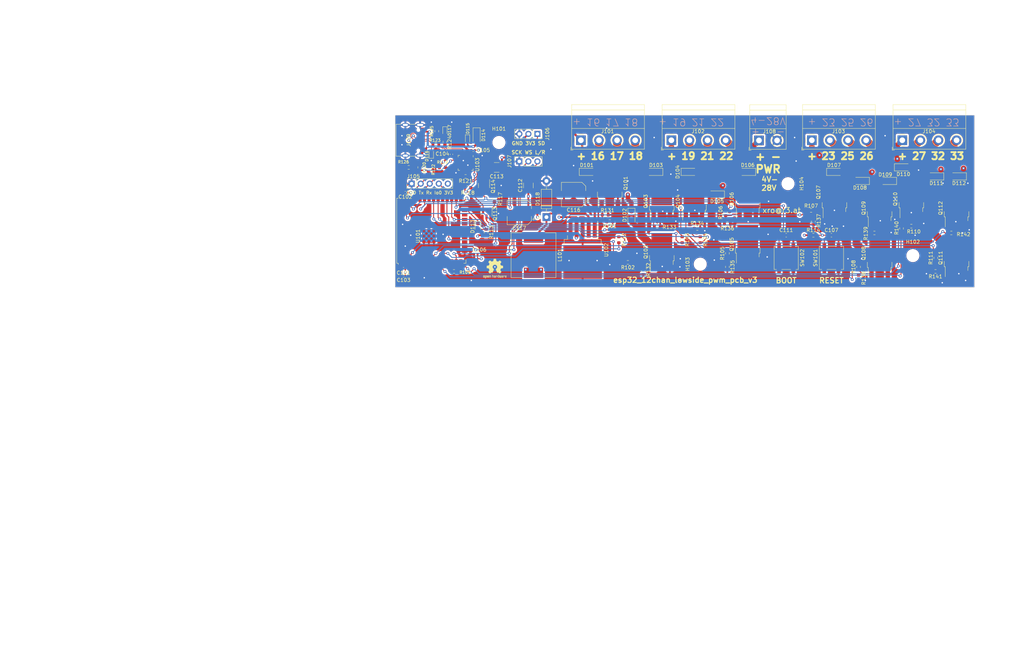
<source format=kicad_pcb>
(kicad_pcb (version 20240108) (generator "pcbnew") (generator_version "8.0")
  (layers (0 "F.Cu" signal) (1 "In1.Cu" signal) (2 "In2.Cu" signal) (31 "B.Cu" signal) (34 "B.Paste" user) (35 "F.Paste" user) (36 "B.SilkS" user "B.Silkscreen") (37 "F.SilkS" user "F.Silkscreen") (38 "B.Mask" user) (39 "F.Mask" user) (44 "Edge.Cuts" user))
  (net 0 "")
  (net 1 "+3V3")
  (net 2 "GND")
  (net 3 "VDD")
  (net 4 "/ESP_EN")
  (net 5 "/IO0")
  (net 6 "/LED_R1")
  (net 7 "/LED_G1")
  (net 8 "/LED_B1")
  (net 9 "/LED_R2")
  (net 10 "/LED_G2")
  (net 11 "/LED_B2")
  (net 12 "/LED_R3")
  (net 13 "/LED_G3")
  (net 14 "/LED_B3")
  (net 15 "/LED_R4")
  (net 16 "/LED_G4")
  (net 17 "/LED_B4")
  (net 18 "/ONBOARD_LED")
  (net 19 "Net-(D113-A)")
  (net 20 "/UVBUS")
  (net 21 "/UCD-")
  (net 22 "/UCD+")
  (net 23 "/RXcp21")
  (net 24 "/I2S_SD")
  (net 25 "/I2S_SM")
  (net 26 "/I2S_SCK")
  (net 27 "/RXDesp")
  (net 28 "Net-(J109-CC1)")
  (net 30 "Net-(J109-CC2)")
  (net 32 "Net-(D118-K)")
  (net 33 "Net-(Q101-G)")
  (net 34 "Net-(Q102-G)")
  (net 35 "Net-(Q103-G)")
  (net 36 "Net-(Q104-G)")
  (net 37 "Net-(Q105-G)")
  (net 38 "Net-(Q106-G)")
  (net 39 "Net-(Q107-G)")
  (net 40 "Net-(Q108-G)")
  (net 41 "Net-(Q109-G)")
  (net 42 "Net-(Q110-G)")
  (net 43 "Net-(Q111-G)")
  (net 44 "/RTS")
  (net 45 "Net-(Q112-G)")
  (net 46 "/DTR")
  (net 47 "/PWM_R1")
  (net 48 "/PWM_G1")
  (net 49 "/PWM_B1")
  (net 50 "/PWM_R2")
  (net 51 "/PWM_G2")
  (net 52 "/PWM_B2")
  (net 53 "/PWM_R3")
  (net 54 "/PWM_G3")
  (net 55 "/PWM_B3")
  (net 56 "/PWM_R4")
  (net 57 "/PWM_G4")
  (net 58 "/PWM_B4")
  (net 59 "Net-(Q113-B)")
  (net 60 "Net-(Q114-B)")
  (net 61 "/VBUS")
  (net 62 "Net-(U103-~{RST})")
  (net 63 "/USB_D-")
  (net 64 "/USB_D+")
  (net 65 "Net-(U103-SUSPEND)")
  (net 79 "/RI")
  (net 87 "/CTS")
  (net 88 "/DSR")
  (net 89 "/DCD")
  (footprint "Diode_SMD:D_SOD-123F" (layer "F.Cu") (at 161.42 54.61 180)
    (property "Reference" "D111")
    (property "Value" "D_Schottky")
  )
  (footprint "Resistor_SMD:R_0603_1608Metric" (layer "F.Cu") (at 83.185 68.58)
    (property "Reference" "R133")
    (property "Value" "10K(5%)")
  )
  (footprint "Button_Switch_SMD:SW_SPST_B3SL-1022P" (layer "F.Cu") (at 132.08 77.47 90)
    (property "Reference" "SW101")
    (property "Value" "SW_Push")
  )
  (footprint "Package_TO_SOT_SMD:TO-252-2" (layer "F.Cu") (at 167.21 77.47 90)
    (property "Reference" "Q111")
    (property "Value" "IRLR8743TRPBF")
  )
  (footprint "Resistor_SMD:R_0603_1608Metric" (layer "F.Cu") (at 13.4112 52.07 180)
    (property "Reference" "R126")
    (property "Value" "5k1 (5%)")
  )
  (footprint "Package_TO_SOT_SMD:TO-252-2" (layer "F.Cu") (at 84.455 75.81 90)
    (property "Reference" "Q102")
    (property "Value" "IRLR8743TRPBF")
  )
  (footprint "Connector_PinSocket_2.54mm:PinSocket_1x03_P2.54mm_Vertical" (layer "F.Cu") (at 44.45 50.392 90)
    (property "Reference" "J107")
    (property "Value" "Conn_01x03_Female")
  )
  (footprint "MountingHole:MountingHole_3.2mm_M3_ISO7380" (layer "F.Cu") (at 95.25 79.248)
    (property "Reference" "H103")
    (property "Value" "MountingHole")
  )
  (footprint "Connector_PinSocket_2.54mm:PinSocket_1x03_P2.54mm_Vertical" (layer "F.Cu") (at 49.545 42.672 -90)
    (property "Reference" "J106")
    (property "Value" "Conn_01x03_Female")
  )
  (footprint "Resistor_SMD:R_0603_1608Metric" (layer "F.Cu") (at 69.85 67.31)
    (property "Reference" "R101")
    (property "Value" "91(1%)")
  )
  (footprint "Resistor_SMD:R_0603_1608Metric" (layer "F.Cu") (at 21.2852 41.91 90)
    (property "Reference" "R125")
    (property "Value" "5k1 (5%)")
  )
  (footprint "Diode_SMD:D_SOD-523" (layer "F.Cu") (at 23.5712 41.91 -90)
    (property "Reference" "D117")
    (property "Value" "LESD5D5.0CT1G")
  )
  (footprint "Resistor_SMD:R_0603_1608Metric" (layer "F.Cu") (at 165.735 70.485)
    (property "Reference" "R142")
    (property "Value" "10K(5%)")
  )
  (footprint "Diode_SMD:D_SOD-123F" (layer "F.Cu") (at 92.075 53.34)
    (property "Reference" "D104")
    (property "Value" "D_Schottky")
  )
  (footprint "Package_TO_SOT_SMD:TO-252-2" (layer "F.Cu") (at 132.92 60.96 90)
    (property "Reference" "Q107")
    (property "Value" "IRLR8743TRPBF")
  )
  (footprint "Resistor_SMD:R_0603_1608Metric" (layer "F.Cu") (at 74.93 78.74 180)
    (property "Reference" "R102")
    (property "Value" "91(1%)")
  )
  (footprint "Capacitor_SMD:CP_Elec_6.3x7.7" (layer "F.Cu") (at 44.45 64.77 180)
    (property "Reference" "C117")
    (property "Value" "330µF/6.3V")
  )
  (footprint "Resistor_SMD:R_0603_1608Metric" (layer "F.Cu") (at 22.86 52.07)
    (property "Reference" "R119")
    (property "Value" "2K(5%)")
  )
  (footprint "Resistor_SMD:R_0603_1608Metric" (layer "F.Cu") (at 161.3825 77.47 90)
    (property "Reference" "R111")
    (property "Value" "91(1%)")
  )
  (footprint "Connector_Degson:2EDGRC-5.08-04P-14-100AH" (layer "F.Cu") (at 151.97 44.45)
    (property "Reference" "J104")
    (property "Value" "WJ2EDGRC-5.08-4P")
  )
  (footprint "MountingHole:MountingHole_3.2mm_M3_ISO7380" (layer "F.Cu") (at 119.888 56.642)
    (property "Reference" "H104")
    (property "Value" "MountingHole")
  )
  (footprint "Capacitor_SMD:C_0603_1608Metric" (layer "F.Cu") (at 119.38 71.12)
    (property "Reference" "C111")
    (property "Value" "1nF/50V")
  )
  (footprint "Resistor_SMD:R_0603_1608Metric" (layer "F.Cu") (at 102.87 67.945)
    (property "Reference" "R136")
    (property "Value" "10K(5%)")
  )
  (footprint "Package_TO_SOT_SMD:TO-252-2" (layer "F.Cu") (at 108.585 73.66 90)
    (property "Reference" "Q105")
    (property "Value" "IRLR8743TRPBF")
  )
  (footprint "Resistor_SMD:R_0603_1608Metric" (layer "F.Cu") (at 102.87 76.2 90)
    (property "Reference" "R105")
    (property "Value" "91(1%)")
  )
  (footprint "Resistor_SMD:R_0603_1608Metric" (layer "F.Cu") (at 127 67.31 -90)
    (property "Reference" "R137")
    (property "Value" "10K(5%)")
  )
  (footprint "Diode_SMD:D_SOD-123F" (layer "F.Cu") (at 132.92 53.34)
    (property "Reference" "D107")
    (property "Value" "D_Schottky")
  )
  (footprint "Resistor_SMD:R_0603_1608Metric" (layer "F.Cu") (at 79.248 81.28 -90)
    (property "Reference" "R132")
    (property "Value" "10K(5%)")
  )
  (footprint "Package_TO_SOT_SMD:TO-252-2" (layer "F.Cu") (at 154.51 60.96 90)
    (property "Reference" "Q110")
    (property "Value" "IRLR8743TRPBF")
  )
  (footprint "Diode_SMD:D_SOD-523" (layer "F.Cu") (at 29.9212 44.196 -90)
    (property "Reference" "D115")
    (property "Value" "LESD5D5.0CT1G")
  )
  (footprint "Capacitor_SMD:C_0402_1005Metric" (layer "F.Cu") (at 12.446 59.182 180)
    (property "Reference" "C102")
    (property "Value" "CL05A106MQ5NUN")
  )
  (footprint "Resistor_SMD:R_0603_1608Metric" (layer "F.Cu") (at 16.51 52.07 90)
    (property "Reference" "R120")
    (property "Value" "47K(5%)")
  )
  (footprint "Resistor_SMD:R_0603_1608Metric" (layer "F.Cu") (at 94.425 69.215)
    (property "Reference" "R134")
    (property "Value" "10K(5%)")
  )
  (footprint "Capacitor_SMD:C_0402_1005Metric" (layer "F.Cu") (at 11.938 80.518 180)
    (property "Reference" "C101")
    (property "Value" "CL05A106MQ5NUN")
  )
  (footprint "Resistor_SMD:R_0603_1608Metric" (layer "F.Cu") (at 151.765 69.215 -90)
    (property "Reference" "R140")
    (property "Value" "10K(5%)")
  )
  (footprint "Diode_SMD:D_SOD-123F" (layer "F.Cu") (at 99.84 59.69 180)
    (property "Reference" "D105")
    (property "Value" "D_Schottky")
  )
  (footprint "Diode_SMD:D_SOD-123F" (layer "F.Cu") (at 75.93 65.765 -90)
    (property "Reference" "D102")
    (property "Value" "D_Schottky")
  )
  (footprint "Resistor_SMD:R_0603_1608Metric" (layer "F.Cu") (at 72.39 72.39 -90)
    (property "Reference" "R112")
    (property "Value" "91(1%)")
  )
  (footprint "Resistor_SMD:R_0603_1608Metric" (layer "F.Cu") (at 95.25 72.39 -90)
    (property "Reference" "R104")
    (property "Value" "91(1%)")
  )
  (footprint "Package_TO_SOT_SMD:TO-252-2" (layer "F.Cu") (at 145.62 77.715 90)
    (property "Reference" "Q108")
    (property "Value" "IRLR8743TRPBF")
  )
  (footprint "Capacitor_SMD:C_0402_1005Metric" (layer "F.Cu") (at 11.966 82.55 180)
    (property "Reference" "C103")
    (property "Value" "CL05A106MQ5NUN")
  )
  (footprint "Capacitor_SMD:CP_Elec_6.3x7.7" (layer "F.Cu") (at 59.69 59.69 180)
    (property "Reference" "C116")
    (property "Value" "100µF/50V")
  )
  (footprint "Diode_SMD:D_SOD-123F" (layer "F.Cu") (at 148.16 55.88 180)
    (property "Reference" "D109")
    (property "Value" "D_Schottky")
  )
  (footprint "Resistor_SMD:R_0603_1608Metric" (layer "F.Cu") (at 90.17 72.39 -90)
    (property "Reference" "R103")
    (property "Value" "91(1%)")
  )
  (footprint "Resistor_SMD:R_0603_1608Metric" (layer "F.Cu") (at 102.38 64.77 90)
    (property "Reference" "R106")
    (property "Value" "91(1%)")
  )
  (footprint "Package_TO_SOT_SMD:TO-252-2" (layer "F.Cu") (at 145.62 63.5 90)
    (property "Reference" "Q109")
    (property "Value" "IRLR8743TRPBF")
  )
  (footprint "Package_TO_SOT_SMD:TO-252-2" (layer "F.Cu") (at 69.85 57.98 90)
    (property "Reference" "Q101")
    (property "Value" "IRLR8743TRPBF")
  )
  (footprint "Connector_Degson:2EDGRC-5.08-04P-14-100AH" (layer "F.Cu") (at 126.57 44.45)
    (property "Reference" "J103")
    (property "Value" "WJ2EDGRC-5.08-4P")
  )
  (footprint "Diode_SMD:D_SOD-523" (layer "F.Cu") (at 19.7612 48.26 90)
    (property "Reference" "D116")
    (property "Value" "LESD5D5.0CT1G")
  )
  (footprint "Inductor_SMD:L_12x12mm_H8mm" (layer "F.Cu") (at 48.435584 76.71066 -90)
    (property "Reference" "L101")
    (property "Value" "330µH")
  )
  (footprint "Resistor_SMD:R_0603_1608Metric" (layer "F.Cu") (at 29.9822 57.785 180)
    (property "Reference" "R118")
    (property "Value" "10K(5%)")
  )
  (footprint "Resistor_SMD:R_0603_1608Metric" (layer "F.Cu") (at 139.7 80.01 90)
    (property "Reference" "R108")
    (property "Value" "91(1%)")
  )
  (footprint "Capacitor_SMD:C_0402_1005Metric" (layer "F.Cu") (at 31.496 47.244 180)
    (property "Reference" "C105")
    (property "Value" "CL05A106MQ5NUN")
  )
  (footprint "Package_TO_SOT_SMD:TO-252-2" (layer "F.Cu") (at 108.585 60.96 90)
    (property "Reference" "Q106")
    (property "Value" "IRLR8743TRPBF")
  )
  (footprint "Capacitor_SMD:C_0603_1608Metric" (layer "F.Cu") (at 132.08 71.12)
    (property "Reference" "C107")
    (property "Value" "100nF/50V")
  )
  (footprint "Resistor_SMD:R_0603_1608Metric" (layer "F.Cu") (at 68.58 65.405)
    (property "Reference" "R131")
    (property "Value" "10K(5%)")
  )
  (footprint "Package_TO_SOT_SMD:TO-252-2" (layer "F.Cu") (at 84.455 61.595 90)
    (property "Reference" "Q103")
    (property "Value" "IRLR8743TRPBF")
  )
  (footprint "Capacitor_SMD:C_0402_1005Metric" (layer "F.Cu") (at 25.4 48.415 90)
    (property "Reference" "C104")
    (property "Value" "CL05A106MQ5NUN")
  )
  (footprint "Symbol:OSHW-Logo2_7.3x6mm_SilkScreen" (layer "F.Cu") (at 37.592 80.4926)
    (property "Reference" "SYM101" (hide yes))
    (property "Value" "Logo_Open_Hardware_Small" (hide yes))
  )
  (footprint "Package_DFN_QFN:QFN-24-1EP_4x4mm_P0.5mm_EP2.6x2.6mm" (layer "F.Cu") (at 29.373205 50.8 -90)
    (property "Reference" "U103")
    (property "Value" "CP2102N-Axx-xQFN24")
  )
  (footprint "Diode_SMD:D_SOD-123F" (layer "F.Cu") (at 140.54 55.88 180)
    (property "Reference" "D108")
    (property "Value" "D_Schottky")
  )
  (footprint "Button_Switch_SMD:SW_SPST_B3SL-1022P" (layer "F.Cu") (at 119.38 77.47 -90)
    (property "Reference" "SW102")
    (property "Value" "SW_Push")
  )
  (footprint "Connector_Degson:2EDGRC-5.08-04P-14-100AH" (layer "F.Cu") (at 87.14 44.45)
    (property "Reference" "J102")
    (property "Value" "WJ2EDGRC-5.08-4P")
  )
  (footprint "MountingHole:MountingHole_3.2mm_M3_ISO7380" (layer "F.Cu") (at 154.94 76.835)
    (property "Reference" "H102")
    (property "Value" "MountingHole")
  )
  (footprint "RF_Module:ESP32-WROOM-32U" (layer "F.Cu") (at 19.7612 69.85 90)
    (property "Reference" "U101")
    (property "Value" "ESP32-WROOM-32U")
  )
  (footprint "Resistor_SMD:R_0603_1608Metric" (layer "F.Cu") (at 144.145 70.485)
    (property "Reference" "R139")
    (property "Value" "10K(5%)")
  )
  (footprint "Diode_THT:D_DO-41_SOD81_P10.16mm_Horizontal" (layer "F.Cu") (at 52.07 66.04 90)
    (property "Reference" "D118")
    (property "Value" "1N5819")
  )
  (footprint "Package_TO_SOT_SMD:TO-252-2" (layer "F.Cu") (at 167.21 63.5 90)
    (property "Reference" "Q112")
    (property "Value" "IRLR8743TRPBF")
  )
  (footprint "Resistor_SMD:R_0603_1608Metric" (layer "F.Cu") (at 126.365 64.135 180)
    (property "Reference" "R107")
    (property "Value" "91(1%)")
  )
  (footprint "Capacitor_SMD:C_1210_3225Metric" (layer "F.Cu") (at 46.99 57.15 90)
    (property "Reference" "C112")
    (property "Value" "22uF/25V(10%)")
  )
  (footprint "Resistor_SMD:R_0603_1608Metric" (layer "F.Cu") (at 127 71.12)
    (property "Reference" "R114")
    (property "Value" "10K(5%)")
  )
  (footprint "Resistor_SMD:R_0603_1608Metric" (layer "F.Cu") (at 29.373205 54.61 180)
    (property "Reference" "R121")
    (property "Value" "10K(5%)")
  )
  (footprint "Connector_Degson:2EDGRC-5.08-04P-14-100AH" (layer "F.Cu") (at 61.74 44.45)
    (property "Reference" "J101")
    (property "Value" "WJ2EDGRC-5.08-4P")
  )
  (footprint "Diode_SMD:D_SOD-123F" (layer "F.Cu") (at 167.77 54.61 180)
    (property "Reference" "D112")
    (property "Value" "D_Schottky")
  )
  (footprint "Resistor_SMD:R_0603_1608Metric" (layer "F.Cu") (at 23.5712 44.895 90)
    (property "Reference" "R124")
    (property "Value" "22(1%)")
  )
  (footprint "Capacitor_SMD:C_1210_3225Metric" (layer "F.Cu") (at 38.1 52.07 180)
    (property "Reference" "C113")
    (property "Value" "22uF/25V(10%)")
  )
  (footprint "Connector_PinHeader_2.54mm:PinHeader_1x05_P2.54mm_Vertical" (layer "F.Cu") (at 14.224 56.642 90)
    (property "Reference" "J105")
    (property "Value" "Conn_01x05_Male")
  )
  (footprint "Resistor_SMD:R_0603_1608Metric" (layer "F.Cu") (at 37.465 60.96 90)
    (property "Reference" "R117")
    (property "Value" "10K(5%)")
  )
  (footprint "Diode_SMD:D_SOD-123F" (layer "F.Cu") (at 151.97 52.07)
    (property "Reference" "D110")
    (property "Value" "D_Schottky")
  )
  (footprint "Package_TO_SOT_SMD:TO-263-5_TabPin3" (layer "F.Cu") (at 62.23 75.25 -90)
    (property "Reference" "U102")
    (property "Value" "LM2575-3.3BU")
  )
  (footprint "Resistor_SMD:R_0603_1608Metric" (layer "F.Cu") (at 154.51 68.58)
    (property "Reference" "R110")
    (property "Value" "91(1%)")
  )
  (footprint "Diode_SMD:D_SOD-123F" (layer "F.Cu") (at 63.5 53.34)
    (property "Reference" "D101")
    (property "Value" "D_Schottky")
  )
  (footprint "Package_TO_SOT_SMD:TO-252-2" (layer "F.Cu") (at 93.49 61.595 90)
    (property "Reference" "Q104")
    (property "Value" "IRLR8743TRPBF")
  )
  (footprint "Resistor_SMD:R_0603_1608Metric" (layer "F.Cu") (at 102.87 80.01 -90)
    (property "Reference" "R135")
    (property "Value" "10K(5%)")
  )
  (footprint "Resistor_SMD:R_0603_1608Metric" (layer "F.Cu") (at 35.1282 70.295 -90)
    (property "Reference" "R113")
    (property "Value" "68Ω/1%")
  )
  (footprint "Resistor_SMD:R_0603_1608Metric" (layer "F.Cu") (at 161.29 81.28 180)
    (property "Reference" "R141")
    (property "Value" "10K(5%)")
  )
  (footprint "Diode_SMD:D_SOD-123F" (layer "F.Cu") (at 108.585 53.34 180)
    (property "Reference" "D106")
    (property "Value" "D_Schottky")
  )
  (footprint "Connector_USB_more:USB_C_Receptacle_CIKI_TYPE-C-2.0-16PIN-SMT-3" (layer "F.Cu") (at 14.6812 44.45 -90)
    (property "Reference" "J109")
    (property "Value" "USB_C_Receptacle_USB2.0")
  )
  (footprint "Resistor_SMD:R_0603_1608Metric" (layer "F.Cu") (at 26.1112 81.28 180)
    (property "Reference" "R109")
    (property "Value" "91(1%)")
  )
  (footprint "Package_TO_SOT_SMD:SOT-23" (layer "F.Cu") (at 34.544 57.15 -90)
    (property "Reference" "Q114")
    (property "Value" "Q_NPN_Darlington_BEC")
  )
  (footprint "Diode_SMD:D_SOD-123F" (layer "F.Cu") (at 32.4612 43.18 -90)
    (property "Reference" "D114")
    (property "Value" "D_Schottky")
  )
  (footprint "LED_SMD:LED_0603_1608Metric" (layer "F.Cu") (at 32.8422 68.6562 -90)
    (property "Reference" "D113")
    (property "Value" "GREEN_LED")
  )
  (footprint "Resistor_SMD:R_0603_1608Metric" (layer "F.Cu") (at 19.05 52.705 90)
    (property "Reference" "R122")
    (property "Value" "22K(1%)")
  )
  (footprint "Package_TO_SOT_SMD:SOT-23" (layer "F.Cu") (at 35.24 65.0725 -90)
    (property "Reference" "Q113")
    (property "Value" "Q_NPN_Darlington_BEC")
  )
  (footprint "Resistor_SMD:R_0603_1608Metric" (layer "F.Cu") (at 21.0312 45.72 180)
    (property "Reference" "R123")
    (property "Value" "22(1%)")
  )
  (footprint "Diode_SMD:D_SOD-123F" (layer "F.Cu") (at 82.55 53.34 180)
    (property "Reference" "D103")
    (property "Value" "D_Schottky")
  )
  (footprint "Connector_Degson:2EDGRC-5.08-02P-14-100AH" (layer "F.Cu") (at 111.736 44.5015)
    (property "Reference" "J108")
    (property "Value" "Conn_01x02_Female")
  )
  (footprint "Capacitor_SMD:C_0402_1005Metric" (layer "F.Cu") (at 32.258 76.454 180)
    (property "Reference" "C106")
    (property "Value" "CL05A106MQ5NUN")
  )
  (footprint "Resistor_SMD:R_0603_1608Metric" (layer "F.Cu") (at 139.7 83.185 -90)
    (property "Reference" "R138")
    (property "Value" "10K(5%)")
  )
  (footprint "MountingHole:MountingHole_3.2mm_M3_ISO7380" (layer "F.Cu") (at 38.735 45.085)
    (property "Reference" "H101")
    (property "Value" "MountingHole")
  )
  (gr_rect (start 9.652 37.465) (end 172.212 85.725) (stroke (width 0.1)) (fill none) (layer "Edge.Cuts"))
  (gr_text "+ 23 25 26" (at 134.62 39.37 180) (layer "B.SilkS") (effects (font (size 2 2)) (justify mirror)))
  (gr_text "+   -\n4-28V" (at 114.3 40.64 180) (layer "B.SilkS") (effects (font (size 2 2)) (justify mirror)))
  (gr_text "+ 19 21 22" (at 92.71 39.37 180) (layer "B.SilkS") (effects (font (size 2 2)) (justify mirror)))
  (gr_text "+ 27 32 33" (at 158.75 39.37 180) (layer "B.SilkS") (effects (font (size 2 2)) (justify mirror)))
  (gr_text "+ 16 17 18" (at 68.58 39.37 180) (layer "B.SilkS") (effects (font (size 2 2)) (justify mirror)))
  (gr_text "+ 27 32 33" (at 160.02 48.895 0) (layer "F.SilkS") (effects (font (size 2 2) (thickness 0.5))))
  (gr_text "+ 19 21 22" (at 95.25 48.895 0) (layer "F.SilkS") (effects (font (size 2 2) (thickness 0.5))))
  (gr_text "+ -\nPWR" (at 114.3 50.8 0) (layer "F.SilkS") (effects (font (size 2.2 2.2) (thickness 0.5))))
  (gr_text "xro@r3.at" (at 118.11 64.135 0) (layer "F.SilkS") (effects (font (size 1.5 1.5) (thickness 0.2))))
  (gr_text "BOOT" (at 119.38 83.82 0) (layer "F.SilkS") (effects (font (size 1.5 1.5) (thickness 0.3))))
  (gr_text "SCK WS L/R" (at 47.005 47.852 0) (layer "F.SilkS") (effects (font (size 1 1) (thickness 0.2))))
  (gr_text "esp32_12chan_lowside_pwm_pcb_v3" (at 91.059 83.693 0) (layer "F.SilkS") (effects (font (size 1.5 1.5) (thickness 0.3))))
  (gr_text "+ 23 25 26" (at 134.62 48.895 0) (layer "F.SilkS") (effects (font (size 2 2) (thickness 0.5))))
  (gr_text "RESET" (at 132.08 83.82 0) (layer "F.SilkS") (effects (font (size 1.5 1.5) (thickness 0.3))))
  (gr_text "+ 16 17 18" (at 69.85 48.895 0) (layer "F.SilkS") (effects (font (size 2 2) (thickness 0.5))))
  (gr_text "GND Tx Rx Io0 3V3" (at 19.304 59.182 0) (layer "F.SilkS") (effects (font (size 0.9 0.9))))
  (gr_text "GND 3V3 SD" (at 47.005 45.312 0) (layer "F.SilkS") (effects (font (size 1 1) (thickness 0.2))))
  (gr_text "4V-\n28V" (at 112.268 56.642 0) (layer "F.SilkS") (effects (font (size 1.5 1.5) (thickness 0.3)) (justify left)))
  (segment (start 39.575 49.325002) (end 39.574999 49.325001) (width 0.5) (layer "F.Cu") (net 1))
  (segment (start 32.738 77.442) (end 33.02 77.724) (width 0.25) (layer "F.Cu") (net 1))
  (segment (start 60.45201 66.04001) (end 55.626 66.04001) (width 0.5) (layer "F.Cu") (net 1))
  (segment (start 32.738 76.454) (end 32.738 77.442) (width 0.25) (layer "F.Cu") (net 1))
  (segment (start 26.599205 49.55) (end 25.944205 48.895) (width 0.25) (layer "F.Cu") (net 1))
  (segment (start 46.99 64.61) (end 47.15 64.77) (width 0.5) (layer "F.Cu") (net 1))
  (segment (start 40.351999 49.325001) (end 39.574999 49.325001) (width 0.5) (layer "F.Cu") (net 1))
  (segment (start 12.446 82.55) (end 12.446 80.546) (width 0.25) (layer "F.Cu") (net 1))
  (segment (start 25.4 48.895) (end 23.635 48.895) (width 0.25) (layer "F.Cu") (net 1))
  (segment (start 13.208 59.182) (end 13.97 59.182) (width 0.25) (layer "F.Cu") (net 1))
  (segment (start 25.4325 48.8625) (end 25.4 48.895) (width 0.25) (layer "F.Cu") (net 1))
  (segment (start 22.035 52.07) (end 22.035 51.625) (width 0.4) (layer "F.Cu") (net 1))
  (segment (start 33.02 71.12) (end 32.766 71.374) (width 0.5) (layer "F.Cu") (net 1))
  (segment (start 27.435705 49.55) (end 26.599205 49.55) (width 0.25) (layer "F.Cu") (net 1))
  (segment (start 12.446 80.546) (end 12.418 80.518) (width 0.25) (layer "F.Cu") (net 1))
  (segment (start 126.175 71.12) (end 124.46 71.12) (width 0.5) (layer "F.Cu") (net 1))
  (segment (start 31.976 47.244) (end 33.02 47.244) (width 0.25) (layer "F.Cu") (net 1))
  (segment (start 49.53 65.278) (end 49.53 66.04) (width 0.5) (layer "F.Cu") (net 1))
  (segment (start 47.15 64.77) (end 49.022 64.77) (width 0.5) (layer "F.Cu") (net 1))
  (segment (start 47.005 42.672) (end 40.351999 49.325001) (width 0.5) (layer "F.Cu") (net 1))
  (segment (start 46.99 58.625) (end 46.99 60.198) (width 0.5) (layer "F.Cu") (net 1))
  (segment (start 35.1282 71.12) (end 33.02 71.12) (width 0.5) (layer "F.Cu") (net 1))
  (segment (start 39.575 52.07) (end 39.575 49.325002) (width 0.5) (layer "F.Cu") (net 1))
  (segment (start 28.623205 48.8625) (end 28.448 48.8625) (width 0.25) (layer "F.Cu") (net 1))
  (segment (start 22.035 51.625) (end 23.635 50.025) (width 0.4) (layer "F.Cu") (net 1))
  (segment (start 46.99 61.468) (end 46.99 64.61) (width 0.5) (layer "F.Cu") (net 1))
  (segment (start 60.452 71.882) (end 60.452 69.553) (width 0.5) (layer "F.Cu") (net 1))
  (segment (start 60.452 69.553) (end 60.53 69.475) (width 0.5) (layer "F.Cu") (net 1))
  (segment (start 33.02 77.724) (end 33.782 77.724) (width 0.25) (layer "F.Cu") (net 1))
  (segment (start 49.022 64.77) (end 49.53 65.278) (width 0.5) (layer "F.Cu") (net 1))
  (segment (start 28.448 48.8625) (end 28.123205 48.8625) (width 0.25) (layer "F.Cu") (net 1))
  (segment (start 12.7762 80.1598) (end 12.418 80.518) (width 0.25) (layer "F.Cu") (net 1))
  (segment (start 23.635 50.025) (end 23.635 48.895) (width 0.4) (layer "F.Cu") (net 1))
  (segment (start 28.448 48.8625) (end 25.4325 48.8625) (width 0.25) (layer "F.Cu") (net 1))
  (segment (start 60.53 69.475) (end 60.53 66.118) (width 0.5) (layer "F.Cu") (net 1))
  (segment (start 25.944205 48.895) (end 25.4 48.895) (width 0.25) (layer "F.Cu") (net 1))
  (segment (start 46.99 60.198) (end 46.99 61.468) (width 0.5) (layer "F.Cu") (net 1))
  (segment (start 12.7762 78.6) (end 12.7762 80.1598) (width 0.25) (layer "F.Cu") (net 1))
  (segment (start 60.53 66.118) (end 60.45201 66.04001) (width 0.5) (layer "F.Cu") (net 1))
  (via (at 33.782 77.724) (size 0.8) (drill 0.4) (layers "F.Cu" "B.Cu") (net 1))
  (via (at 32.766 71.374) (size 0.8) (drill 0.4) (layers "F.Cu" "B.Cu") (net 1))
  (via (at 49.53 66.04) (size 0.8) (drill 0.4) (layers "F.Cu" "B.Cu") (net 1))
  (via (at 60.452 71.882) (size 0.8) (drill 0.4) (layers "F.Cu" "B.Cu") (net 1))
  (via (at 39.574999 49.325001) (size 0.8) (drill 0.4) (layers "F.Cu" "B.Cu") (net 1))
  (via (at 124.46 71.12) (size 0.8) (drill 0.4) (layers "F.Cu" "B.Cu") (net 1))
  (via (at 50.546 80.772) (size 0.8) (drill 0.4) (layers "F.Cu" "B.Cu") (net 1))
  (via (at 33.02 47.244) (size 0.8) (drill 0.4) (layers "F.Cu" "B.Cu") (net 1))
  (via (at 23.114 50.546) (size 0.8) (drill 0.4) (layers "F.Cu" "B.Cu") (net 1))
  (via (at 46.99 60.198) (size 0.8) (drill 0.4) (layers "F.Cu" "B.Cu") (net 1))
  (via (at 13.97 59.182) (size 0.8) (drill 0.4) (layers "F.Cu" "B.Cu") (net 1))
  (via (at 46.228 80.772) (size 0.8) (drill 0.4) (layers "F.Cu" "B.Cu") (net 1))
  (via (at 55.626 66.04001) (size 0.8) (drill 0.4) (layers "F.Cu" "B.Cu") (net 1))
  (via (at 12.446 81.534) (size 0.8) (drill 0.4) (layers "F.Cu" "B.Cu") (net 1))
  (segment (start 30.48 47.244) (end 30.123205 47.600795) (width 0.25) (layer "F.Cu") (net 2))
  (segment (start 31.016 47.244) (end 30.48 47.244) (width 0.25) (layer "F.Cu") (net 2))
  (segment (start 19.7612 39.8526) (end 19.7612 39.37) (width 0.5) (layer "F.Cu") (net 2))
  (segment (start 30.123205 47.600795) (end 30.123205 48.8625) (width 0.25) (layer "F.Cu") (net 2))
  (segment (start 11.458 82.522) (end 11.486 82.55) (width 0.25) (layer "F.Cu") (net 2))
  (segment (start 56.99 59.69) (end 56.99 58.514) (width 0.5) (layer "F.Cu") (net 2))
  (segment (start 17.1912 48.19) (end 16.6112 48.77) (width 0.5) (layer "F.Cu") (net 2))
  (segment (start 27.686 54.61) (end 26.67 53.594) (width 0.5) (layer "F.Cu") (net 2))
  (segment (start 11.486 83.876) (end 16.82 83.876) (width 0.25) (layer "F.Cu") (net 2))
  (segment (start 46.99 55.675) (end 47.195 55.88) (width 0.5) (layer "F.Cu") (net 2))
  (segment (start 56.99 58.514) (end 54.356 55.88) (width 0.5) (layer "F.Cu") (net 2))
  (segment (start 11.5062 58.425) (end 13.2892 56.642) (width 0.5) (layer "F.Cu") (net 2))
  (segment (start 13.2892 56.642) (end 14.224 56.642) (width 0.5) (layer "F.Cu") (net 2))
  (segment (start 54.356 55.88) (end 52.07 55.88) (width 0.5) (layer "F.Cu") (net 2))
  (segment (start 134.08 74.59) (end 134.08 80.35) (width 0.25) (layer "F.Cu") (net 2))
  (segment (start 28.548205 54.61) (end 27.686 54.61) (width 0.5) (layer "F.Cu") (net 2))
  (segment (start 11.5062 61.35) (end 11.5062 59.182) (width 0.5) (layer "F.Cu") (net 2))
  (segment (start 46.99 55.372) (end 46.99 55.675) (width 0.5) (layer "F.Cu") (net 2))
  (segment (start 16.82 83.876) (end 17.638 83.058) (width 0.25) (layer "F.Cu") (net 2))
  (segment (start 11.5062 78.6) (end 11.5062 80.4698) (width 0.25) (layer "F.Cu") (net 2))
  (segment (start 121.38 74.59) (end 121.38 72.345) (width 0.5) (layer "F.Cu") (net 2))
  (segment (start 17.1912 41.25) (end 18.3638 41.25) (width 0.5) (layer "F.Cu") (net 2))
  (segment (start 11.486 82.55) (end 11.486 83.876) (width 0.25) (layer "F.Cu") (net 2))
  (segment (start 121.38 72.345) (end 120.155 71.12) (width 0.5) (layer "F.Cu") (net 2))
  (segment (start 17.638 83.058) (end 17.78 83.058) (width 0.25) (layer "F.Cu") (net 2))
  (segment (start 134.08 74.59) (end 134.08 72.345) (width 0.25) (layer "F.Cu") (net 2))
  (segment (start 11.5062 59.182) (end 11.5062 58.425) (width 0.5) (layer "F.Cu") (net 2))
  (segment (start 134.08 72.345) (end 132.855 71.12) (width 0.25) (layer "F.Cu") (net 2))
  (segment (start 121.38 74.59) (end 121.38 80.35) (width 0.5) (layer "F.Cu") (net 2))
  (segment (start 47.195 55.88) (end 52.07 55.88) (width 0.5) (layer "F.Cu") (net 2))
  (segment (start 11.5062 80.4698) (end 11.458 80.518) (width 0.25) (layer "F.Cu") (net 2))
  (segment (start 17.1912 47.65) (end 17.1912 48.19) (width 0.5) (layer "F.Cu") (net 2))
  (segment (start 11.458 80.518) (end 11.458 82.522) (width 0.25) (layer "F.Cu") (net 2))
  (segment (start 18.3638 41.25) (end 19.7612 39.8526) (width 0.5) (layer "F.Cu") (net 2))
  (via (at 114.3 70.866) (size 0.8) (drill 0.4) (layers "F.Cu" "B.Cu") (net 2))
  (via (at 34.036 48.768) (size 0.8) (drill 0.4) (layers "F.Cu" "B.Cu") (net 2))
  (via (at 26.67 53.594) (size 0.8) (drill 0.4) (layers "F.Cu" "B.Cu") (net 2))
  (via (at 88.9 58.42) (size 0.8) (drill 0.4) (layers "F.Cu" "B.Cu") (net 2))
  (via (at 68.961 41.021) (size 0.8) (drill 0.4) (layers "F.Cu" "B.Cu") (net 2))
  (via (at 168.91 70.485) (size 0.8) (drill 0.4) (layers "F.Cu" "B.Cu") (net 2))
  (via (at 140.54 77.724) (size 0.8) (drill 0.4) (layers "F.Cu" "B.Cu") (net 2))
  (via (at 19.7612 50.165) (size 0.8) (drill 0.4) (layers "F.Cu" "B.Cu") (net 2))
  (via (at 74.93 55.88) (size 0.8) (drill 0.4) (layers "F.Cu" "B.Cu") (net 2))
  (via (at 89.535 80.01) (size 0.8) (drill 0.4) (layers "F.Cu" "B.Cu") (net 2))
  (via (at 84.582 79.883) (size 0.8) (drill 0.4) (layers "F.Cu" "B.Cu") (net 2))
  (via (at 17.78 83.058) (size 0.8) (drill 0.4) (layers "F.Cu" "B.Cu") (net 2))
  (via (at 163.195 84.455) (size 0.8) (drill 0.4) (layers "F.Cu" "B.Cu") (net 2))
  (via (at 121.744 43.688) (size 0.8) (drill 0.4) (layers "F.Cu" "B.Cu") (net 2))
  (via (at 122.174 50.292) (size 0.8) (drill 0.4) (layers "F.Cu" "B.Cu") (net 2))
  (via (at 77.47 76.2) (size 0.8) (drill 0.4) (layers "F.Cu" "B.Cu") (net 2))
  (via (at 11.5062 45.72) (size 0.8) (drill 0.4) (layers "F.Cu" "B.Cu") (net 2))
  (via (at 123.19 67.31) (size 0.8) (drill 0.4) (layers "F.Cu" "B.Cu") (net 2))
  (via (at 89.662 77.724) (size 0.8) (drill 0.4) (layers "F.Cu" "B.Cu") (net 2))
  (via (at 58.42 78.232) (size 0.8) (drill 0.4) (layers "F.Cu" "B.Cu") (net 2))
  (via (at 28.738205 50.165) (size 0.8) (drill 0.4) (layers "F.Cu" "B.Cu") (net 2))
  (via (at 114.046 77.216) (size 0.8) (drill 0.4) (layers "F.Cu" "B.Cu") (net 2))
  (via (at 135.46 68.58) (size 0.8) (drill 0.4) (layers "F.Cu" "B.Cu") (net 2))
  (via (at 96.52 69.85) (size 0.8) (drill 0.4) (layers "F.Cu" "B.Cu") (net 2))
  (via (at 156.542 52.832) (size 0.8) (drill 0.4) (layers "F.Cu" "B.Cu") (net 2))
  (via (at 170.766 69.596) (size 0.8) (drill 0.4) (layers "F.Cu" "B.Cu") (net 2))
  (via (at 145.796 67.056) (size 0.8) (drill 0.4) (layers "F.Cu" "B.Cu") (net 2))
  (via (at 19.7612 39.37) (size 0.8) (drill 0.4) (layers "F.Cu" "B.Cu") (net 2))
  (via (at 84.709 64.389) (size 0.8) (drill 0.4) (layers "F.Cu" "B.Cu") (net 2))
  (via (at 37.592 80.01) (size 0.8) (drill 0.4) (layers "F.Cu" "B.Cu") (net 2))
  (via (at 99.205 78.105) (size 0.8) (drill 0.4) (layers "F.Cu" "B.Cu") (net 2))
  (via (at 148.844 70.358) (size 0.8) (drill 0.4) (layers "F.Cu" "B.Cu") (net 2))
  (via (at 12.446 74.168) (size 0.8) (drill 0.4) (layers "F.Cu" "B.Cu") (net 2))
  (via (at 99.06 72.39) (size 0.8) (drill 0.4) (layers "F.Cu" "B.Cu") (net 2))
  (via (at 59.69 51.562) (size 0.8) (drill 0.4) (layers "F.Cu" "B.Cu") (net 2))
  (via (at 53.34 46.99) (size 0.8) (drill 0.4) (layers "F.Cu" "B.Cu") (net 2))
  (via (at 132.285 68.58) (size 0.8) (drill 0.4) (layers "F.Cu" "B.Cu") (net 2))
  (via (at 25.4762 39.37) (size 0.8) (drill 0.4) (layers "F.Cu" "B.Cu") (net 2))
  (via (at 167.845 81.915) (size 0.8) (drill 0.4) (layers "F.Cu" "B.Cu") (net 2))
  (via (at 155.575 71.12) (size 0.8) (drill 0.4) (layers "F.Cu" "B.Cu") (net 2))
  (via (at 154.51 64.77) (size 0.8) (drill 0.4) (layers "F.Cu" "B.Cu") (net 2))
  (via (at 38.608 65.024) (size 0.8) (drill 0.4) (layers "F.Cu" "B.Cu") (net 2))
  (via (at 11.5062 43.18) (size 0.8) (drill 0.4) (layers "F.Cu" "B.Cu") (net 2))
  (via (at 130.175 67.945) (size 0.8) (drill 0.4) (layers "F.Cu" "B.Cu") (net 2))
  (via (at 158.75 81.915) (size 0.8) (drill 0.4) (layers "F.Cu" "B.Cu") (net 2))
  (via (at 30.008205 51.435) (size 0.8) (drill 0.4) (layers "F.Cu" "B.Cu") (net 2))
  (via (at 93.726 64.135) (size 0.8) (drill 0.4) (layers "F.Cu" "B.Cu") (net 2))
  (via (at 147.144 43.18) (size 0.8) (drill 0.4) (layers "F.Cu" "B.Cu") (net 2))
  (via (at 132.92 64.135) (size 0.8) (drill 0.4) (layers "F.Cu" "B.Cu") (net 2))
  (via (at 88.392 67.183) (size 0.8) (drill 0.4) (layers "F.Cu" "B.Cu") (net 2))
  (via (at 93.599 67.31) (size 0.8) (drill 0.4) (layers "F.Cu" "B.Cu") (net 2))
  (via (at 69.85 79.375) (size 0.8) (drill 0.4) (layers "F.Cu" "B.Cu") (net 2))
  (via (at 108.712 67.31) (size 0.8) (drill 0.4) (layers "F.Cu" "B.Cu") (net 2))
  (via (at 13.97 71.12) (size 0.8) (drill 0.4) (layers "F.Cu" "B.Cu") (net 2))
  (via (at 157.988 67.818) (size 0.8) (drill 0.4) (layers "F.Cu" "B.Cu") (net 2))
  (via (at 149.987 60.96) (size 0.8) (drill 0.4) (layers "F.Cu" "B.Cu") (net 2))
  (via (at 39.37 57.15) (size 0.8) (drill 0.4) (layers "F.Cu" "B.Cu") (net 2))
  (via (at 65.024 55.88) (size 0.8) (drill 0.4) (layers "F.Cu" "B.Cu") (net 2))
  (via (at 89.535 83.82) (size 0.8) (drill 0.4) (layers "F.Cu" "B.Cu") (net 2))
  (via (at 86.995 53.975) (size 0.8) (drill 0.4) (layers "F.Cu" "B.Cu") (net 2))
  (via (at 82.314 43.688) (size 0.8) (drill 0.4) (layers "F.Cu" "B.Cu") (net 2))
  (via (at 30.988 83.82) (size 0.8) (drill 0.4) (layers "F.Cu" "B.Cu") (net 2))
  (via (at 114.427 61.595) (size 0.8) (drill 0.4) (layers "F.Cu" "B.Cu") (net 2))
  (via (at 170.385 56.515) (size 0.8) (drill 0.4) (layers "F.Cu" "B.Cu") (net 2))
  (via (at 66.294 78.232) (size 0.8) (drill 0.4) (layers "F.Cu" "B.Cu") (net 2))
  (via (at 23.0632 70.866) (size 0.8) (drill 0.4) (layers "F.Cu" "B.Cu") (net 2))
  (via (at 167.005 67.31) (size 0.8) (drill 0.4) (layers "F.Cu" "B.Cu") (net 2))
  (via (at 169.75 83.82) (size 0.8) (drill 0.4) (layers "F.Cu" "B.Cu") (net 2))
  (via (at 163.4 56.515) (size 0.8) (drill 0.4) (layers "F.Cu" "B.Cu") (net 2))
  (via (at 11.684 68.072) (size 0.8) (drill 0.4) (layers "F.Cu" "B.Cu") (net 2))
  (via (at 136.73 77.724) (size 0.8) (drill 0.4) (layers "F.Cu" "B.Cu") (net 2))
  (via (at 149.86 66.675) (size 0.8) (drill 0.4) (layers "F.Cu" "B.Cu") (net 2))
  (via (at 141.605 83.82) (size 0.8) (drill 0.4) (layers "F.Cu" "B.Cu") (net 2))
  (segment (start 62.1 53.34) (end 62.1 44.81) (width 0.6) (layer "F.Cu") (net 3))
  (segment (start 62.1 44.81) (end 61.74 44.45) (width 0.6) (layer "F.Cu") (net 3))
  (segment (start 87.14 49.385) (end 87.14 44.45) (width 1.5) (layer "F.Cu") (net 3))
  (segment (start 65.63 64.614) (end 63.16 62.144) (width 0.6) (layer "F.Cu") (net 3))
  (segment (start 83.95 53.34) (end 83.95 52.575) (width 1.5) (layer "F.Cu") (net 3))
  (segment (start 62.1 53.34) (end 62.1 56.004) (width 0.6) (layer "F.Cu") (net 3))
  (segment (start 141.94 55.88) (end 141.94 54.91) (width 1.5) (layer "F.Cu") (net 3))
  (segment (start 109.985 46.2525) (end 111.736 44.5015) (width 1.5) (layer "F.Cu") (net 3))
  (segment (start 149.56 53.08) (end 150.57 52.07) (width 1.5) (layer "F.Cu") (net 3))
  (segment (start 151.97 44.45) (end 150.57 45.85) (width 1.5) (layer "F.Cu") (net 3))
  (segment (start 32.4612 41.78) (end 34.2362 40.005) (width 0.6) (layer "F.Cu") (net 3))
  (segment (start 57.295 40.005) (end 61.74 44.45) (width 0.6) (layer "F.Cu") (net 3))
  (segment (start 149.56 55.88) (end 149.56 53.08) (width 1.5) (layer "F.Cu") (net 3))
  (segment (start 169.17 54.61) (end 169.17 52.33) (width 1.5) (layer "F.Cu") (net 3))
  (segment (start 169.17 52.33) (end 169.164 52.324) (width 1.5) (layer "F.Cu") (net 3))
  (segment (start 63.16 62.144) (end 63.16 59.69) (width 0.6) (layer "F.Cu") (net 3))
  (segment (start 162.82 54.61) (end 162.82 52.584) (width 1.5) (layer "F.Cu") (net 3))
  (segment (start 150.57 49.66) (end 150.57 52.07) (width 1.5) (layer "F.Cu") (net 3))
  (segment (start 87.14 49.385) (end 87.14 49.805) (width 1.5) (layer "F.Cu") (net 3))
  (segment (start 162.82 52.584) (end 162.814 52.578) (width 1.5) (layer "F.Cu") (net 3))
  (segment (start 128.72 50.54) (end 131.52 53.34) (width 1.5) (layer "F.Cu") (net 3))
  (segment (start 75.93 64.365) (end 75.93 61.96) (width 1.2) (layer "F.Cu") (net 3))
  (segment (start 34.2362 40.005) (end 57.295 40.005) (width 0.6) (layer "F.Cu") (net 3))
  (segment (start 63.16 57.064) (end 63.16 59.69) (width 0.6) (layer "F.Cu") (net 3))
  (segment (start 109.985 53.34) (end 109.985 46.2525) (width 1.5) (layer "F.Cu") (net 3))
  (segment (start 65.63 69.475) (end 65.63 66.069) (width 0.6) (layer "F.Cu") (net 3))
  (segment (start 128.72 48.65) (end 128.72 50.54) (width 1.5) (layer "F.Cu") (net 3))
  (segment (start 75.93 61.96) (end 74.93 60.96) (width 1.2) (layer "F.Cu") (net 3))
  (segment (start 62.1 56.004) (end 63.16 57.064) (width 0.6) (layer "F.Cu") (net 3))
  (segment (start 101.24 59.69) (end 101.24 57.51) (width 1.5) (layer "F.Cu") (net 3))
  (segment (start 141.94 54.91) (end 143.51 53.34) (width 1.5) (layer "F.Cu") (net 3))
  (segment (start 150.57 45.85) (end 150.57 49.66) (width 1.5) (layer "F.Cu") (net 3))
  (segment (start 83.95 52.575) (end 87.14 49.385) (width 1.5) (layer "F.Cu") (net 3))
  (segment (start 74.93 60.96) (end 74.93 59.69) (width 1.2) (layer "F.Cu") (net 3))
  (segment (start 101.24 57.51) (end 101.6 57.15) (width 1.5) (layer "F.Cu") (net 3))
  (segment (start 126.57 44.45) (end 126.57 46.5) (width 1.5) (layer "F.Cu") (net 3))
  (segment (start 65.63 66.069) (end 65.63 64.614) (width 0.6) (layer "F.Cu") (net 3))
  (segment (start 87.14 49.805) (end 90.675 53.34) (width 1.5) (layer "F.Cu") (net 3))
  (segment (start 126.57 46.5) (end 128.72 48.65) (width 1.5) (layer "F.Cu") (net 3))
  (via (at 101.6 57.15) (size 0.8) (drill 0.4) (layers "F.Cu" "B.Cu") (net 3))
  (via (at 143.51 53.34) (size 0.8) (drill 0.4) (layers "F.Cu" "B.Cu") (net 3))
  (via (at 74.93 59.69) (size 0.8) (drill 0.4) (layers "F.Cu" "B.Cu") (net 3))
  (via (at 150.57 49.66) (size 0.8) (drill 0.4) (layers "F.Cu" "B.Cu") (net 3))
  (via (at 128.72 48.65) (size 0.8) (drill 0.4) (layers "F.Cu" "B.Cu") (net 3))
  (via (at 169.164 52.324) (size 0.8) (drill 0.4) (layers "F.Cu" "B.Cu") (net 3))
  (via (at 162.814 52.578) (size 0.8) (drill 0.4) (layers "F.Cu" "B.Cu") (net 3))
  (segment (start 127.825 71.12) (end 129.54 71.12) (width 0.25) (layer "F.Cu") (net 4))
  (segment (start 37.719 67.945) (end 36.195 67.945) (width 0.25) (layer "F.Cu") (net 4))
  (segment (start 35.24 66.01) (end 35.24 66.99) (width 0.25) (layer "F.Cu") (net 4))
  (segment (start 130.08 74.59) (end 130.08 80.35) (width 0.25) (layer "F.Cu") (net 4))
  (segment (start 130.08 72.345) (end 131.305 71.12) (width 0.25) (layer "F.Cu") (net 4))
  (segment (start 130.08 74.59) (end 130.08 72.345) (width 0.25) (layer "F.Cu") (net 4))
  (segment (start 35.24 66.99) (end 36.195 67.945) (width 0.25) (layer "F.Cu") (net 4))
  (segment (start 14.0462 78.35) (end 14.0462 76.3778) (width 0.25) (layer "F.Cu") (net 4))
  (segment (start 14.0462 76.3778) (end 14.478 75.946) (width 0.25) (layer "F.Cu") (net 4))
  (segment (start 37.846 68.072) (end 37.719 67.945) (width 0.25) (layer "F.Cu") (net 4))
  (segment (start 129.54 71.12) (end 131.305 71.12) (width 0.25) (layer "F.Cu") (net 4))
  (segment (start 37.846 73.3165) (end 37.846 68.072) (width 0.25) (layer "F.Cu") (net 4))
  (via (at 37.846 73.3165) (size 0.8) (drill 0.4) (layers "F.Cu" "B.Cu") (net 4))
  (via (at 36.195 67.945) (size 0.8) (drill 0.4) (layers "F.Cu" "B.Cu") (net 4))
  (via (at 14.478 75.946) (size 0.8) (drill 0.4) (layers "F.Cu" "B.Cu") (net 4))
  (via (at 129.54 71.12) (size 0.8) (drill 0.4) (layers "F.Cu" "B.Cu") (net 4))
  (segment (start 16.832501 73.591499) (end 37.571001 73.591499) (width 0.25) (layer "B.Cu") (net 4))
  (segment (start 36.497497 68.247497) (end 36.195 67.945) (width 0.25) (layer "B.Cu") (net 4))
  (segment (start 14.478 75.946) (end 16.832501 73.591499) (width 0.25) (layer "B.Cu") (net 4))
  (segment (start 37.571001 73.591499) (end 37.846 73.3165) (width 0.25) (layer "B.Cu") (net 4))
  (segment (start 129.54 71.12) (end 126.667497 68.247497) (width 0.25) (layer "B.Cu") (net 4))
  (segment (start 126.667497 68.247497) (end 36.497497 68.247497) (width 0.25) (layer "B.Cu") (net 4))
  (segment (start 29.718 60.706) (end 29.074 61.35) (width 0.25) (layer "F.Cu") (net 5))
  (segment (start 118.618 71.107) (end 118.605 71.12) (width 0.25) (layer "F.Cu") (net 5))
  (segment (start 117.38 72.345) (end 118.605 71.12) (width 0.25) (layer "F.Cu") (net 5))
  (segment (start 117.38 80.35) (end 117.38 74.59) (width 0.25) (layer "F.Cu") (net 5))
  (segment (start 34.544 60.198) (end 35.047356 60.701356) (width 0.25) (layer "F.Cu") (net 5))
  (segment (start 28.0162 60.1) (end 27.6062 59.69) (width 0.25) (layer "F.Cu") (net 5))
  (segment (start 23.368 58.928) (end 23.368 58.166) (width 0.25) (layer "F.Cu") (net 5))
  (segment (start 24.13 59.69) (end 23.368 58.928) (width 0.25) (layer "F.Cu") (net 5))
  (segment (start 34.544 58.0875) (end 34.544 60.198) (width 0.25) (layer "F.Cu") (net 5))
  (segment (start 28.0162 61.35) (end 28.0162 60.1) (width 0.25) (layer "F.Cu") (net 5))
  (segment (start 23.368 58.166) (end 21.844 56.642) (width 0.25) (layer "F.Cu") (net 5))
  (segment (start 27.6062 59.69) (end 24.13 59.69) (width 0.25) (layer "F.Cu") (net 5))
  (segment (start 118.618 62.865) (end 118.618 71.107) (width 0.25) (layer "F.Cu") (net 5))
  (segment (start 29.074 61.35) (end 28.0162 61.35) (width 0.25) (layer "F.Cu") (net 5))
  (segment (start 117.38 74.59) (end 117.38 72.345) (width 0.25) (layer "F.Cu") (net 5))
  (via (at 35.047356 60.701356) (size 0.8) (drill 0.4) (layers "F.Cu" "B.Cu") (net 5))
  (via (at 118.618 62.865) (size 0.8) (drill 0.4) (layers "F.Cu" "B.Cu") (net 5))
  (via (at 29.718 60.706) (size 0.8) (drill 0.4) (layers "F.Cu" "B.Cu") (net 5))
  (segment (start 34.534712 61.214) (end 30.226 61.214) (width 0.25) (layer "B.Cu") (net 5))
  (segment (start 35.047356 60.701356) (end 34.534712 61.214) (width 0.25) (layer "B.Cu") (net 5))
  (segment (start 35.047356 60.701356) (end 35.56 61.214) (width 0.25) (layer "B.Cu") (net 5))
  (segment (start 35.56 61.214) (end 104.267 61.214) (width 0.25) (layer "B.Cu") (net 5))
  (segment (start 104.267 61.214) (end 105.918 62.865) (width 0.25) (layer "B.Cu") (net 5))
  (segment (start 30.226 61.214) (end 29.718 60.706) (width 0.25) (layer "B.Cu") (net 5))
  (segment (start 105.918 62.865) (end 118.618 62.865) (width 0.25) (layer "B.Cu") (net 5))
  (segment (start 67.31 53.34) (end 69.85 55.88) (width 1.5) (layer "F.Cu") (net 6))
  (segment (start 64.9 53.34) (end 67.31 53.34) (width 1.5) (layer "F.Cu") (net 6))
  (segment (start 69.85 51.308) (end 69.85 55.88) (width 2.2) (layer "F.Cu") (net 6))
  (segment (start 66.82 44.45) (end 66.82 48.278) (width 2.2) (layer "F.Cu") (net 6))
  (segment (start 66.82 48.278) (end 69.85 51.308) (width 2.2) (layer "F.Cu") (net 6))
  (segment (start 78.74 70.104) (end 78.74 68.58) (width 2.2) (layer "F.Cu") (net 7))
  (segment (start 71.9 47.77) (end 77.724 53.594) (width 2.2) (layer "F.Cu") (net 7))
  (segment (start 75.93 67.165) (end 75.93 67.294) (width 1.5) (layer "F.Cu") (net 7))
  (segment (start 78.74 68.58) (end 78.74 60.452) (width 2.2) (layer "F.Cu") (net 7))
  (segment (start 77.724 53.594) (end 77.724 59.436) (width 2.2) (layer "F.Cu") (net 7))
  (segment (start 71.9 44.45) (end 71.9 47.77) (width 2.2) (layer "F.Cu") (net 7))
  (segment (start 78.74 71.12) (end 81.33 73.71) (width 2.2) (layer "F.Cu") (net 7))
  (segment (start 81.33 73.71) (end 84.455 73.71) (width 2.2) (layer "F.Cu") (net 7))
  (segment (start 77.724 59.436) (end 78.74 60.452) (width 2.2) (layer "F.Cu") (net 7))
  (segment (start 75.93 67.294) (end 78.74 70.104) (width 1.5) (layer "F.Cu") (net 7))
  (segment (start 78.74 68.58) (end 78.74 71.12) (width 2.2) (layer "F.Cu") (net 7))
  (segment (start 81.15 50.67) (end 76.98 46.5) (width 2.2) (layer "F.Cu") (net 8))
  (segment (start 81.15 55.75) (end 81.15 53.34) (width 2.2) (layer "F.Cu") (net 8))
  (segment (start 84.455 59.055) (end 81.15 55.75) (width 2.2) (layer "F.Cu") (net 8))
  (segment (start 84.455 59.495) (end 84.455 59.055) (width 2.2) (layer "F.Cu") (net 8))
  (segment (start 81.15 53.34) (end 81.15 50.67) (width 2.2) (layer "F.Cu") (net 8))
  (segment (start 76.98 46.5) (end 76.98 44.45) (width 2.2) (layer "F.Cu") (net 8))
  (segment (start 93.475 49.3) (end 92.22 48.045) (width 2.2) (layer "F.Cu") (net 9))
  (segment (start 93.49 59.495) (end 93.49 50.815) (width 2.2) (layer "F.Cu") (net 9))
  (segment (start 93.49 50.815) (end 93.475 50.8) (width 2.2) (layer "F.Cu") (net 9))
  (segment (start 92.22 48.045) (end 92.22 44.45) (width 2.2) (layer "F.Cu") (net 9))
  (segment (start 93.475 50.8) (end 93.475 49.3) (width 2.2) (layer "F.Cu") (net 9))
  (segment (start 98.44 50.8) (end 98.44 68.595) (width 2.2) (layer "F.Cu") (net 10))
  (segment (start 97.3 44.45) (end 97.3 49.66) (width 2.2) (layer "F.Cu") (net 10))
  (segment (start 101.405 71.56) (end 108.585 71.56) (width 2.2) (layer "F.Cu") (net 10))
  (segment (start 98.44 68.595) (end 101.405 71.56) (width 2.2) (layer "F.Cu") (net 10))
  (segment (start 97.3 49.66) (end 98.44 50.8) (width 2.2) (layer "F.Cu") (net 10))
  (segment (start 107.185 53.34) (end 105.065 53.34) (width 1.5) (layer "F.Cu") (net 11))
  (segment (start 104.92 46.99) (end 104.92 53.195) (width 2.2) (layer "F.Cu") (net 11))
  (segment (start 105.065 53.34) (end 104.92 53.195) (width 1.5) (layer "F.Cu") (net 11))
  (segment (start 104.92 55.195) (end 108.585 58.86) (width 2.2) (layer "F.Cu") (net 11))
  (segment (start 102.38 44.45) (end 104.92 46.99) (width 2.2) (layer "F.Cu") (net 11))
  (segment (start 104.92 53.195) (end 104.92 55.195) (width 2.2) (layer "F.Cu") (net 11))
  (segment (start 131.65 44.45) (end 134.32 47.12) (width 2.2) (layer "F.Cu") (net 12))
  (segment (start 134.32 50.8) (end 134.32 57.46) (width 2.2) (layer "F.Cu") (net 12))
  (segment (start 134.32 57.46) (end 132.92 58.86) (width 2.2) (layer "F.Cu") (net 12))
  (segment (start 134.32 47.12) (end 134.32 50.8) (width 2.2) (layer "F.Cu") (net 12))
  (segment (start 139.14 73.608) (end 141.147 75.615) (width 2.2) (layer "F.Cu") (net 13))
  (segment (start 141.147 75.615) (end 145.62 75.615) (width 2.2) (layer "F.Cu") (net 13))
  (segment (start 139.14 46.86) (end 139.14 73.608) (width 2.2) (layer "F.Cu") (net 13))
  (segment (start 136.73 44.45) (end 139.14 46.86) (width 2.2) (layer "F.Cu") (net 13))
  (segment (start 146.76 49.4) (end 141.81 44.45) (width 2.2) (layer "F.Cu") (net 14))
  (segment (start 146.76 54.61) (end 146.76 60.26) (width 2.2) (layer "F.Cu") (net 14))
  (segment (start 146.76 54.61) (end 146.76 49.4) (width 2.2) (layer "F.Cu") (net 14))
  (segment (start 146.76 60.26) (end 145.62 61.4) (width 2.2) (layer "F.Cu") (net 14))
  (segment (start 155.7 45.8) (end 155.7 48.47) (width 2.2) (layer "F.Cu") (net 15))
  (segment (start 155.7 48.47) (end 153.37 50.8) (width 2.2) (layer "F.Cu") (net 15))
  (segment (start 157.05 44.45) (end 155.7 45.8) (width 2.2) (layer "F.Cu") (net 15))
  (segment (start 153.37 50.8) (end 153.37 57.72) (width 2.2) (layer "F.Cu") (net 15))
  (segment (start 153.37 57.72) (end 154.51 58.86) (width 2.2) (layer "F.Cu") (net 15))
  (segment (start 165.54 75.37) (end 167.21 75.37) (width 2.2) (layer "F.Cu") (net 16))
  (segment (start 162.13 44.45) (end 160.02 46.56) (width 2.2) (layer "F.Cu") (net 16))
  (segment (start 160.02 46.56) (end 160.02 56.31) (width 2.2) (layer "F.Cu") (net 16))
  (segment (start 160.86 57.15) (end 160.86 70.69) (width 2.2) (layer "F.Cu") (net 16))
  (segment (start 160.86 70.69) (end 165.54 75.37) (width 2.2) (layer "F.Cu") (net 16))
  (segment (start 160.02 56.31) (end 160.86 57.15) (width 2.2) (layer "F.Cu") (net 16))
  (segment (start 166.37 50.6) (end 166.37 60.56) (width 2.2) (layer "F.Cu") (net 17))
  (segment (start 166.37 45.29) (end 166.37 50.6) (width 2.2) (layer "F.Cu") (net 17))
  (segment (start 167.21 44.45) (end 166.37 45.29) (width 2.2) (layer "F.Cu") (net 17))
  (segment (start 166.37 60.56) (end 167.21 61.4) (width 2.2) (layer "F.Cu") (net 17))
  (segment (start 32.8422 67.131) (end 29.8462 64.135) (width 0.25) (layer "F.Cu") (net 18))
  (segment (start 32.8422 67.8687) (end 32.8422 67.131) (width 0.25) (layer "F.Cu") (net 18))
  (segment (start 29.8462 64.135) (end 29.0162 64.135) (width 0.25) (layer "F.Cu") (net 18))
  (segment (start 32.8685 69.47) (end 32.8422 69.4437) (width 0.25) (layer "F.Cu") (net 19))
  (segment (start 35.1282 69.47) (end 32.8685 69.47) (width 0.25) (layer "F.Cu") (net 19))
  (segment (start 30.48 46.228) (end 31.496 46.228) (width 0.4) (layer "F.Cu") (net 20))
  (segment (start 32.4612 45.5168) (end 31.75 46.228) (width 0.6) (layer "F.Cu") (net 20))
  (segment (start 18.1232 46.85) (end 18.7452 46.228) (width 0.5) (layer "F.Cu") (net 20))
  (segment (start 29.9212 44.896) (end 29.9212 45.6692) (width 0.4) (layer "F.Cu") (net 20))
  (segment (start 31.75 46.228) (end 31.496 46.228) (width 0.6) (layer "F.Cu") (net 20))
  (segment (start 18.336805 51.166805) (end 19.05 51.88) (width 0.4) (layer "F.Cu") (net 20))
  (segment (start 17.1912 42.05) (end 19.2037 42.05) (width 0.5) (layer "F.Cu") (net 20))
  (segment (start 17.1912 46.85) (end 18.1232 46.85) (width 0.5) (layer "F.Cu") (net 20))
  (segment (start 18.7452 46.228) (end 18.336805 46.636395) (width 0.4) (layer "F.Cu") (net 20))
  (segment (start 19.2037 42.05) (end 19.2532 42.0995) (width 0.5) (layer "F.Cu") (net 20))
  (segment (start 18.336805 46.636395) (end 18.336805 51.166805) (width 0.4) (layer "F.Cu") (net 20))
  (segment (start 29.9212 45.6692) (end 30.48 46.228) (width 0.4) (layer "F.Cu") (net 20))
  (segment (start 32.4612 44.58) (end 32.4612 45.5168) (width 0.6) (layer "F.Cu") (net 20))
  (via (at 19.2532 42.0995) (size 0.8) (drill 0.4) (layers "F.Cu" "B.Cu") (net 20))
  (via (at 18.7452 46.228) (size 0.8) (drill 0.4) (layers "F.Cu" "B.Cu") (net 20))
  (via (at 31.496 46.228) (size 0.8) (drill 0.4) (layers "F.Cu" "B.Cu") (net 20))
  (segment (start 18.7452 46.228) (end 31.496 46.228) (width 0.6) (layer "B.Cu") (net 20))
  (segment (start 18.7452 46.228) (end 18.7452 42.6075) (width 0.6) (layer "B.Cu") (net 20))
  (segment (start 18.7452 42.6075) (end 19.2532 42.0995) (width 0.6) (layer "B.Cu") (net 20))
  (segment (start 13.9812 42.89005) (end 13.9812 43.46995) (width 0.2) (layer "F.Cu") (net 21))
  (segment (start 19.7612 46.165) (end 19.7612 47.56) (width 0.2) (layer "F.Cu") (net 21))
  (segment (start 13.9812 43.46995) (end 15.21125 44.7) (width 0.2) (layer "F.Cu") (net 21))
  (segment (start 20.2062 45.72) (end 19.7612 46.165) (width 0.2) (layer "F.Cu") (net 21))
  (segment (start 15.21125 44.7) (end 17.1912 44.7) (width 0.2) (layer "F.Cu") (net 21))
  (segment (start 19.006201 44.520001) (end 18.739399 44.520001) (width 0.2) (layer "F.Cu") (net 21))
  (segment (start 18.5594 44.7) (end 17.1912 44.7) (width 0.2) (layer "F.Cu") (net 21))
  (segment (start 14.39125 42.48) (end 13.9812 42.89005) (width 0.2) (layer "F.Cu") (net 21))
  (segment (start 18.739399 44.520001) (end 18.5594 44.7) (width 0.2) (layer "F.Cu") (net 21))
  (segment (start 17.1912 43.7) (end 16.4712 43.7) (width 0.2) (layer "F.Cu") (net 21))
  (segment (start 15.2512 42.48) (end 14.39125 42.48) (width 0.2) (layer "F.Cu") (net 21))
  (segment (start 20.2062 45.72) (end 19.006201 44.520001) (width 0.2) (layer "F.Cu") (net 21))
  (segment (start 16.4712 43.7) (end 15.2512 42.48) (width 0.2) (layer "F.Cu") (net 21))
  (segment (start 14.6812 43.18) (end 15.7012 44.2) (width 0.2) (layer "F.Cu") (net 22))
  (segment (start 23.5712 44.07) (end 18.553 44.07) (width 0.2) (layer "F.Cu") (net 22))
  (segment (start 18.423 44.2) (end 17.1912 44.2) (width 0.2) (layer "F.Cu") (net 22))
  (segment (start 17.1912 45.2) (end 14.161202 45.2) (width 0.2) (layer "F.Cu") (net 22))
  (segment (start 23.5712 42.61) (end 23.5712 44.07) (width 0.2) (layer "F.Cu") (net 22))
  (segment (start 18.553 44.07) (end 18.423 44.2) (width 0.2) (layer "F.Cu") (net 22))
  (segment (start 15.7012 44.2) (end 17.1912 44.2) (width 0.2) (layer "F.Cu") (net 22))
  (segment (start 14.161202 45.2) (end 13.4112 44.449998) (width 0.2) (layer "F.Cu") (net 22))
  (via (at 14.6812 43.18) (size 0.8) (drill 0.4) (layers "F.Cu" "B.Cu") (net 22))
  (via (at 13.4112 44.449998) (size 0.8) (drill 0.4) (layers "F.Cu" "B.Cu") (net 22))
  (segment (start 14.6812 43.18) (end 13.4112 44.449998) (width 0.2) (layer "B.Cu") (net 22))
  (segment (start 26.094396 54.668) (end 18.738 54.668) (width 0.25) (layer "F.Cu") (net 23))
  (segment (start 15.3162 61.1) (end 15.3162 58.0898) (width 0.25) (layer "F.Cu") (net 23))
  (segment (start 27.052396 55.626) (end 26.094396 54.668) (width 0.25) (layer "F.Cu") (net 23))
  (segment (start 32.611806 54.510194) (end 31.496 55.626) (width 0.25) (layer "F.Cu") (net 23))
  (segment (start 32.052899 51.55) (end 32.611806 52.108907) (width 0.25) (layer "F.Cu") (net 23))
  (segment (start 32.611806 52.108907) (end 32.611806 54.510194) (width 0.25) (layer "F.Cu") (net 23))
  (segment (start 31.310705 51.55) (end 32.052899 51.55) (width 0.25) (layer "F.Cu") (net 23))
  (segment (start 31.496 55.626) (end 27.052396 55.626) (width 0.25) (layer "F.Cu") (net 23))
  (segment (start 15.3162 58.0898) (end 16.764 56.642) (width 0.25) (layer "F.Cu") (net 23))
  (segment (start 18.738 54.668) (end 16.764 56.642) (width 0.25) (layer "F.Cu") (net 23))
  (segment (start 49.022 44.45) (end 49.545 43.927) (width 0.25) (layer "F.Cu") (net 24))
  (segment (start 49.545 43.927) (end 49.545 42.672) (width 0.25) (layer "F.Cu") (net 24))
  (segment (start 26.7462 63.1698) (end 26.67 63.246) (width 0.25) (layer "F.Cu") (net 24))
  (segment (start 26.7462 61.35) (end 26.7462 63.1698) (width 0.25) (layer "F.Cu") (net 24))
  (segment (start 46.228 44.45) (end 49.022 44.45) (width 0.25) (layer "F.Cu") (net 24))
  (segment (start 41.91 63.246) (end 41.91 48.768) (width 0.25) (layer "F.Cu") (net 24))
  (segment (start 41.91 48.768) (end 46.228 44.45) (width 0.25) (layer "F.Cu") (net 24))
  (via (at 26.67 63.246) (size 0.8) (drill 0.4) (layers "F.Cu" "B.Cu") (net 24))
  (via (at 41.91 63.246) (size 0.8) (drill 0.4) (layers "F.Cu" "B.Cu") (net 24))
  (segment (start 26.67 63.246) (end 27.178 62.738) (width 0.25) (layer "B.Cu") (net 24))
  (segment (start 27.178 62.738) (end 41.402 62.738) (width 0.25) (layer "B.Cu") (net 24))
  (segment (start 41.402 62.738) (end 41.91 63.246) (width 0.25) (layer "B.Cu") (net 24))
  (segment (start 26.7462 76.9245) (end 26.1112 76.2895) (width 0.25) (layer "F.Cu") (net 25))
  (segment (start 41.656 76.2) (end 41.656 74.422) (width 0.25) (layer "F.Cu") (net 25))
  (segment (start 44.254 68.139604) (end 44.254 53.128) (width 0.25) (layer "F.Cu") (net 25))
  (segment (start 26.7462 78.35) (end 26.7462 76.9245) (width 0.25) (layer "F.Cu") (net 25))
  (segment (start 41.656 74.422) (end 42.476 73.602) (width 0.25) (layer "F.Cu") (net 25))
  (segment (start 42.476 73.602) (end 42.476 69.917604) (width 0.25) (layer "F.Cu") (net 25))
  (segment (start 42.476 69.917604) (end 44.254 68.139604) (width 0.25) (layer "F.Cu") (net 25))
  (segment (start 44.254 53.128) (end 46.99 50.392) (width 0.25) (layer "F.Cu") (net 25))
  (via (at 26.1112 76.2895) (size 0.8) (drill 0.4) (layers "F.Cu" "B.Cu") (net 25))
  (via (at 41.656 76.2) (size 0.8) (drill 0.4) (layers "F.Cu" "B.Cu") (net 25))
  (segment (start 26.2007 76.2) (end 26.1112 76.2895) (width 0.25) (layer "B.Cu") (net 25))
  (segment (start 41.656 76.2) (end 26.2007 76.2) (width 0.25) (layer "B.Cu") (net 25))
  (segment (start 48.718 51.866) (end 49.53 51.054) (width 0.25) (layer "F.Cu") (net 26))
  (segment (start 42.926 70.104) (end 44.704 68.326) (width 0.25) (layer "F.Cu") (net 26))
  (segment (start 31.3182 74.295) (end 32.2326 75.2094) (width 0.25) (layer "F.Cu") (net 26))
  (segment (start 49.53 51.054) (end 49.53 50.392) (width 0.25) (layer "F.Cu") (net 26))
  (segment (start 44.704 68.326) (end 44.704 54.22969) (width 0.25) (layer "F.Cu") (net 26))
  (segment (start 44.704 54.22969) (end 47.06769 51.866) (width 0.25) (layer "F.Cu") (net 26))
  (segment (start 29.0162 74.295) (end 31.3182 74.295) (width 0.25) (layer "F.Cu") (net 26))
  (segment (start 47.06769 51.866) (end 48.718 51.866) (width 0.25) (layer "F.Cu") (net 26))
  (segment (start 42.926 75.184) (end 42.926 70.104) (width 0.25) (layer "F.Cu") (net 26))
  (via (at 32.2326 75.2094) (size 0.8) (drill 0.4) (layers "F.Cu" "B.Cu") (net 26))
  (via (at 42.926 75.184) (size 0.8) (drill 0.4) (layers "F.Cu" "B.Cu") (net 26))
  (segment (start 42.926 75.184) (end 32.258 75.184) (width 0.25) (layer "B.Cu") (net 26))
  (segment (start 32.258 75.184) (end 32.2326 75.2094) (width 0.25) (layer "B.Cu") (net 26))
  (segment (start 20.828 55.118) (end 19.304 56.642) (width 0.25) (layer "F.Cu") (net 27))
  (segment (start 32.189295 51.05) (end 33.061806 51.922511) (width 0.25) (layer "F.Cu") (net 27))
  (segment (start 25.908 55.118) (end 20.828 55.118) (width 0.25) (layer "F.Cu") (net 27))
  (segment (start 31.310705 51.05) (end 32.189295 51.05) (width 0.25) (layer "F.Cu") (net 27))
  (segment (start 33.061806 51.922511) (end 33.061806 54.69659) (width 0.25) (layer "F.Cu") (net 27))
  (segment (start 33.061806 54.69659) (end 31.682396 56.076) (width 0.25) (layer "F.Cu") (net 27))
  (segment (start 26.866 56.076) (end 25.908 55.118) (width 0.25) (layer "F.Cu") (net 27))
  (segment (start 16.5862 59.3598) (end 16.5862 61.35) (width 0.25) (layer "F.Cu") (net 27))
  (segment (start 31.682396 56.076) (end 26.866 56.076) (width 0.25) (layer "F.Cu") (net 27))
  (segment (start 19.304 56.642) (end 16.5862 59.3598) (width 0.25) (layer "F.Cu") (net 27))
  (segment (start 20.8202 43.2) (end 21.2852 42.735) (width 0.25) (layer "F.Cu") (net 28))
  (segment (start 17.1912 43.2) (end 20.8202 43.2) (width 0.25) (layer "F.Cu") (net 28))
  (segment (start 13.97 51.054) (end 13.97 47.261011) (width 0.25) (layer "F.Cu") (net 30))
  (segment (start 15.021699 46.2) (end 17.1912 46.2) (width 0.25) (layer "F.Cu") (net 30))
  (segment (start 14.2362 52.07) (end 14.2362 51.3202) (width 0.25) (layer "F.Cu") (net 30))
  (segment (start 14.495011 46.726688) (end 15.021699 46.2) (width 0.25) (layer "F.Cu") (net 30))
  (segment (start 14.2362 51.3202) (end 13.97 51.054) (width 0.25) (layer "F.Cu") (net 30))
  (segment (start 14.495011 46.736) (end 14.495011 46.726688) (width 0.25) (layer "F.Cu") (net 30))
  (segment (start 13.97 47.261011) (end 14.495011 46.736) (width 0.25) (layer "F.Cu") (net 30))
  (segment (start 52.07 68.126244) (end 48.435584 71.76066) (width 0.5) (layer "F.Cu") (net 32))
  (segment (start 52.07 66.04) (end 52.07 68.126244) (width 0.5) (layer "F.Cu") (net 32))
  (segment (start 53.086 65.024) (end 52.07 66.04) (width 0.5) (layer "F.Cu") (net 32))
  (segment (start 62.992 65.024) (end 53.086 65.024) (width 0.5) (layer "F.Cu") (net 32))
  (segment (start 63.93 69.475) (end 63.93 65.962) (width 0.5) (layer "F.Cu") (net 32))
  (segment (start 63.93 65.962) (end 62.992 65.024) (width 0.5) (layer "F.Cu") (net 32))
  (segment (start 67.755 63.945) (end 67.755 65.405) (width 0.25) (layer "F.Cu") (net 33))
  (segment (start 67.755 65.405) (end 67.755 66.739) (width 0.25) (layer "F.Cu") (net 33))
  (segment (start 67.57 62.18) (end 67.57 63.76) (width 0.25) (layer "F.Cu") (net 33))
  (segment (start 68.326 67.31) (end 69.025 67.31) (width 0.25) (layer "F.Cu") (net 33))
  (segment (start 67.755 66.739) (end 68.326 67.31) (width 0.25) (layer "F.Cu") (net 33))
  (segment (start 67.57 63.76) (end 67.755 63.945) (width 0.25) (layer "F.Cu") (net 33))
  (segment (start 78.486 78.74) (end 79.693 79.947) (width 0.25) (layer "F.Cu") (net 34))
  (segment (start 82.175 80.01) (end 79.693 80.01) (width 0.25) (layer "F.Cu") (net 34))
  (segment (start 79.693 79.947) (end 79.693 80.01) (width 0.25) (layer "F.Cu") (net 34))
  (segment (start 79.693 80.01) (end 79.248 80.455) (width 0.25) (layer "F.Cu") (net 34))
  (segment (start 75.755 78.74) (end 78.486 78.74) (width 0.25) (layer "F.Cu") (net 34))
  (segment (start 90.17 71.297592) (end 90.17 71.565) (width 0.25) (layer "F.Cu") (net 35))
  (segment (start 82.175 68.395) (end 82.175 65.795) (width 0.25) (layer "F.Cu") (net 35))
  (segment (start 82.36 68.58) (end 82.175 68.395) (width 0.25) (layer "F.Cu") (net 35))
  (segment (start 82.296 69.596) (end 88.468408 69.596) (width 0.25) (layer "F.Cu") (net 35))
  (segment (start 82.36 68.58) (end 82.296 68.644) (width 0.25) (layer "F.Cu") (net 35))
  (segment (start 82.296 68.644) (end 82.296 69.596) (width 0.25) (layer "F.Cu") (net 35))
  (segment (start 88.468408 69.596) (end 90.17 71.297592) (width 0.25) (layer "F.Cu") (net 35))
  (segment (start 91.361 69.215) (end 91.21 69.064) (width 0.25) (layer "F.Cu") (net 36))
  (segment (start 91.21 65.795) (end 91.21 69.064) (width 0.25) (layer "F.Cu") (net 36))
  (segment (start 95.25 71.565) (end 93.711 71.565) (width 0.25) (layer "F.Cu") (net 36))
  (segment (start 93.711 71.565) (end 91.21 69.064) (width 0.25) (layer "F.Cu") (net 36))
  (segment (start 93.6 69.215) (end 91.361 69.215) (width 0.25) (layer "F.Cu") (net 36))
  (segment (start 103.705 77.86) (end 106.305 77.86) (width 0.25) (layer "F.Cu") (net 37))
  (segment (start 102.87 78.695) (end 103.705 77.86) (width 0.25) (layer "F.Cu") (net 37))
  (segment (start 102.87 77.025) (end 103.705 77.86) (width 0.25) (layer "F.Cu") (net 37))
  (segment (start 102.87 79.185) (end 102.87 78.695) (width 0.25) (layer "F.Cu") (net 37))
  (segment (start 102.38 66.53) (end 102.045 66.865) (width 0.25) (layer "F.Cu") (net 38))
  (segment (start 102.38 65.595) (end 102.38 66.53) (width 0.25) (layer "F.Cu") (net 38))
  (segment (start 103.95 65.595) (end 102.38 65.595) (width 0.25) (layer "F.Cu") (net 38))
  (segment (start 102.045 66.865) (end 102.045 67.945) (width 0.25) (layer "F.Cu") (net 38))
  (segment (start 106.305 65.16) (end 104.385 65.16) (width 0.25) (layer "F.Cu") (net 38))
  (segment (start 104.385 65.16) (end 103.95 65.595) (width 0.25) (layer "F.Cu") (net 38))
  (segment (start 128.325 65.16) (end 127.3 64.135) (width 0.25) (layer "F.Cu") (net 39))
  (segment (start 127.3 64.135) (end 127.19 64.135) (width 0.25) (layer "F.Cu") (net 39))
  (segment (start 127 66.485) (end 128.325 65.16) (width 0.25) (layer "F.Cu") (net 39))
  (segment (start 128.325 65.16) (end 130.64 65.16) (width 0.25) (layer "F.Cu") (net 39))
  (segment (start 139.7 80.899) (end 140.716 81.915) (width 0.25) (layer "F.Cu") (net 40))
  (segment (start 139.7 80.835) (end 139.7 80.899) (width 0.25) (layer "F.Cu") (net 40))
  (segment (start 140.716 81.915) (end 140.145 81.915) (width 0.25) (layer "F.Cu") (net 40))
  (segment (start 140.145 81.915) (end 139.7 82.36) (width 0.25) (layer "F.Cu") (net 40))
  (segment (start 143.34 81.915) (end 140.716 81.915) (width 0.25) (layer "F.Cu") (net 40))
  (segment (start 26.9362 81.28) (end 30.988 81.28) (width 0.25) (layer "F.Cu") (net 41))
  (segment (start 143.34 70.465) (end 143.32 70.485) (width 0.25) (layer "F.Cu") (net 41))
  (segment (start 144.463 71.628) (end 150.876 71.628) (width 0.25) (layer "F.Cu") (net 41))
  (segment (start 150.876 71.628) (end 150.876 79.756) (width 0.25) (layer "F.Cu") (net 41))
  (segment (start 30.988 81.28) (end 31.75 80.518) (width 0.25) (layer "F.Cu") (net 41))
  (segment (start 143.32 70.485) (end 144.463 71.628) (width 0.25) (layer "F.Cu") (net 41))
  (segment (start 143.34 67.7) (end 143.34 70.465) (width 0.25) (layer "F.Cu") (net 41))
  (via (at 31.75 80.518) (size 0.8) (drill 0.4) (layers "F.Cu" "B.Cu") (net 41))
  (via (at 150.876 79.756) (size 0.8) (drill 0.4) (layers "F.Cu" "B.Cu") (net 41))
  (segment (start 148.727002 81.904998) (end 150.876 79.756) (width 0.25) (layer "B.Cu") (net 41))
  (segment (start 31.75 80.518) (end 33.136998 81.904998) (width 0.25) (layer "B.Cu") (net 41))
  (segment (start 33.136998 81.904998) (end 148.727002 81.904998) (width 0.25) (layer "B.Cu") (net 41))
  (segment (start 152.23 65.16) (end 152.23 67.125) (width 0.25) (layer "F.Cu") (net 42))
  (segment (start 152.23 67.125) (end 153.685 68.58) (width 0.25) (layer "F.Cu") (net 42))
  (segment (start 151.765 68.39) (end 151.765 67.59) (width 0.25) (layer "F.Cu") (net 42))
  (segment (start 151.765 67.59) (end 152.23 67.125) (width 0.25) (layer "F.Cu") (net 42))
  (segment (start 161.3825 79.3405) (end 162.115 80.073) (width 0.25) (layer "F.Cu") (net 43))
  (segment (start 162.115 80.073) (end 162.115 81.28) (width 0.25) (layer "F.Cu") (net 43))
  (segment (start 163.322 81.28) (end 163.712 81.67) (width 0.25) (layer "F.Cu") (net 43))
  (segment (start 161.3825 78.295) (end 161.3825 79.3405) (width 0.25) (layer "F.Cu") (net 43))
  (segment (start 162.115 81.28) (end 163.322 81.28) (width 0.25) (layer "F.Cu") (net 43))
  (segment (start 163.712 81.67) (end 164.93 81.67) (width 0.25) (layer "F.Cu") (net 43))
  (segment (start 29.1572 58.6212) (end 29.464 58.928) (width 0.25) (layer "F.Cu") (net 44))
  (segment (start 30.48 58.928) (end 34.29 62.738) (width 0.25) (layer "F.Cu") (net 44))
  (segment (start 31.826243 52.565538) (end 31.826243 54.040637) (width 0.25) (layer "F.Cu") (net 44))
  (segment (start 31.310705 52.05) (end 31.826243 52.565538) (width 0.25) (layer "F.Cu") (net 44))
  (segment (start 29.464 58.928) (end 30.48 58.928) (width 0.25) (layer "F.Cu") (net 44))
  (segment (start 34.29 62.738) (end 34.29 64.135) (width 0.25) (layer "F.Cu") (net 44))
  (segment (start 29.1572 57.785) (end 29.1572 58.6212) (width 0.25) (layer "F.Cu") (net 44))
  (via (at 31.826243 54.040637) (size 0.8) (drill 0.4) (layers "F.Cu" "B.Cu") (net 44))
  (via (at 29.464 58.928) (size 0.8) (drill 0.4) (layers "F.Cu" "B.Cu") (net 44))
  (segment (start 29.464 58.928) (end 31.826243 56.565757) (width 0.25) (layer "B.Cu") (net 44))
  (segment (start 31.826243 56.565757) (end 31.826243 54.040637) (width 0.25) (layer "B.Cu") (net 44))
  (segment (start 163.576 70.104) (end 163.957 70.485) (width 0.25) (layer "F.Cu") (net 45))
  (segment (start 164.93 70.465) (end 164.91 70.485) (width 0.25) (layer "F.Cu") (net 45))
  (segment (start 164.93 67.7) (end 164.93 70.465) (width 0.25) (layer "F.Cu") (net 45))
  (segment (start 74.041 73.025) (end 74.041 72.263) (width 0.25) (layer "F.Cu") (net 45))
  (segment (start 74.041 72.263) (end 73.343 71.565) (width 0.25) (layer "F.Cu") (net 45))
  (segment (start 163.322 70.104) (end 163.576 70.104) (width 0.25) (layer "F.Cu") (net 45))
  (segment (start 73.343 71.565) (end 72.39 71.565) (width 0.25) (layer "F.Cu") (net 45))
  (segment (start 163.957 70.485) (end 164.91 70.485) (width 0.25) (layer "F.Cu") (net 45))
  (via (at 74.041 73.025) (size 0.8) (drill 0.4) (layers "F.Cu" "B.Cu") (net 45))
  (via (at 163.322 70.104) (size 0.8) (drill 0.4) (layers "F.Cu" "B.Cu") (net 45))
  (segment (start 77.089 73.279) (end 74.295 73.279) (width 0.25) (layer "B.Cu") (net 45))
  (segment (start 74.295 73.279) (end 74.041 73.025) (width 0.25) (layer "B.Cu") (net 45))
  (segment (start 77.089 73.279) (end 160.147 73.279) (width 0.25) (layer "B.Cu") (net 45))
  (segment (start 160.147 73.279) (end 163.322 70.104) (width 0.25) (layer "B.Cu") (net 45))
  (segment (start 36.83 55.626) (end 36.83 58.706) (width 0.25) (layer "F.Cu") (net 46))
  (segment (start 37.465 59.341) (end 37.465 60.135) (width 0.25) (layer "F.Cu") (net 46))
  (segment (start 36.83 58.706) (end 37.465 59.341) (width 0.25) (layer "F.Cu") (net 46))
  (segment (start 33.594 51.818308) (end 33.594 55.118) (width 0.25) (layer "F.Cu") (net 46))
  (segment (start 36.322 55.118) (end 36.83 55.626) (width 0.25) (layer "F.Cu") (net 46))
  (segment (start 33.594 55.118) (end 36.322 55.118) (width 0.25) (layer "F.Cu") (net 46))
  (segment (start 33.594 56.2125) (end 33.594 55.118) (width 0.25) (layer "F.Cu") (net 46))
  (segment (start 31.310705 50.05) (end 31.825691 50.05) (width 0.25) (layer "F.Cu") (net 46))
  (segment (start 31.825691 50.05) (end 33.594 51.818308) (width 0.25) (layer "F.Cu") (net 46))
  (segment (start 25.4762 61.35) (end 25.4762 66.003484) (width 0.25) (layer "F.Cu") (net 47))
  (segment (start 68.453 69.596) (end 69.4305 69.596) (width 0.25) (layer "F.Cu") (net 47))
  (segment (start 70.675 67.31) (end 70.675 68.3515) (width 0.25) (layer "F.Cu") (net 47))
  (segment (start 69.4305 69.596) (end 70.675 68.3515) (width 0.25) (layer "F.Cu") (net 47))
  (segment (start 25.4762 66.003484) (end 26.180215 66.707499) (width 0.25) (layer "F.Cu") (net 47))
  (via (at 68.453 69.596) (size 0.8) (drill 0.4) (layers "F.Cu" "B.Cu") (net 47))
  (via (at 26.180215 66.707499) (size 0.8) (drill 0.4) (layers "F.Cu" "B.Cu") (net 47))
  (segment (start 68.199 69.85) (end 62.710478 69.85) (width 0.25) (layer "B.Cu") (net 47))
  (segment (start 35.548602 68.696998) (end 33.559103 66.707499) (width 0.25) (layer "B.Cu") (net 47))
  (segment (start 68.453 69.596) (end 68.199 69.85) (width 0.25) (layer "B.Cu") (net 47))
  (segment (start 62.710478 69.85) (end 61.557476 68.696998) (width 0.25) (layer "B.Cu") (net 47))
  (segment (start 33.559103 66.707499) (end 26.180215 66.707499) (width 0.25) (layer "B.Cu") (net 47))
  (segment (start 61.557476 68.696998) (end 35.548602 68.696998) (width 0.25) (layer "B.Cu") (net 47))
  (segment (start 70.866 76.962) (end 70.866 72.644) (width 0.25) (layer "F.Cu") (net 48))
  (segment (start 24.13 65.532) (end 24.13 61.4262) (width 0.25) (layer "F.Cu") (net 48))
  (segment (start 74.105 78.74) (end 72.644 78.74) (width 0.25) (layer "F.Cu") (net 48))
  (segment (start 24.13 61.4262) (end 24.2062 61.35) (width 0.25) (layer "F.Cu") (net 48))
  (segment (start 72.644 78.74) (end 70.866 76.962) (width 0.25) (layer "F.Cu") (net 48))
  (segment (start 24.638 72.136) (end 24.638 66.04) (width 0.25) (layer "F.Cu") (net 48))
  (segment (start 24.638 66.04) (end 24.13 65.532) (width 0.25) (layer "F.Cu") (net 48))
  (via (at 24.638 72.136) (size 0.8) (drill 0.4) (layers "F.Cu" "B.Cu") (net 48))
  (via (at 70.866 72.898) (size 0.8) (drill 0.4) (layers "F.Cu" "B.Cu") (net 48))
  (segment (start 24.892 72.39) (end 24.638 72.136) (width 0.25) (layer "B.Cu") (net 48))
  (segment (start 38.608 72.39) (end 24.892 72.39) (width 0.25) (layer "B.Cu") (net 48))
  (segment (start 39.116 72.898) (end 38.608 72.39) (width 0.25) (layer "B.Cu") (net 48))
  (segment (start 70.866 72.898) (end 39.116 72.898) (width 0.25) (layer "B.Cu") (net 48))
  (segment (start 21.6662 61.35) (end 21.6662 66.167) (width 0.25) (layer "F.Cu") (net 49))
  (segment (start 21.6662 66.167) (end 22.098 66.5988) (width 0.25) (layer "F.Cu") (net 49))
  (segment (start 88.459103 72.457103) (end 88.459103 70.612) (width 0.25) (layer "F.Cu") (net 49))
  (segment (start 89.217 73.215) (end 88.459103 72.457103) (width 0.25) (layer "F.Cu") (net 49))
  (segment (start 90.17 73.215) (end 89.217 73.215) (width 0.25) (layer "F.Cu") (net 49))
  (via (at 88.459103 70.612) (size 0.8) (drill 0.4) (layers "F.Cu" "B.Cu") (net 49))
  (via (at 22.098 66.5988) (size 0.8) (drill 0.4) (layers "F.Cu" "B.Cu") (net 49))
  (segment (start 33.395999 67.431999) (end 22.931199 67.431999) (width 0.25) (layer "B.Cu") (net 49))
  (segment (start 35.110499 69.146499) (end 33.395999 67.431999) (width 0.25) (layer "B.Cu") (net 49))
  (segment (start 61.371287 69.146499) (end 35.110499 69.146499) (width 0.25) (layer "B.Cu") (net 49))
  (segment (start 88.459103 70.612) (end 62.836788 70.612) (width 0.25) (layer "B.Cu") (net 49))
  (segment (start 22.931199 67.431999) (end 22.098 66.5988) (width 0.25) (layer "B.Cu") (net 49))
  (segment (start 62.836788 70.612) (end 61.371287 69.146499) (width 0.25) (layer "B.Cu") (net 49))
  (segment (start 20.3962 66.4972) (end 20.3962 61.35) (width 0.25) (layer "F.Cu") (net 50))
  (segment (start 20.447 66.548) (end 20.3962 66.4972) (width 0.25) (layer "F.Cu") (net 50))
  (segment (start 95.25 73.215) (end 95.695 73.215) (width 0.25) (layer "F.Cu") (net 50))
  (segment (start 95.695 73.215) (end 97.282 71.628) (width 0.25) (layer "F.Cu") (net 50))
  (via (at 20.447 66.548) (size 0.8) (drill 0.4) (layers "F.Cu" "B.Cu") (net 50))
  (via (at 97.282 71.628) (size 0.8) (drill 0.4) (layers "F.Cu" "B.Cu") (net 50))
  (segment (start 21.7805 67.8815) (end 33.1875 67.8815) (width 0.25) (layer "B.Cu") (net 50))
  (segment (start 63.038098 71.449) (end 97.103 71.449) (width 0.25) (layer "B.Cu") (net 50))
  (segment (start 97.103 71.449) (end 97.282 71.628) (width 0.25) (layer "B.Cu") (net 50))
  (segment (start 34.902 69.596) (end 61.185098 69.596) (width 0.25) (layer "B.Cu") (net 50))
  (segment (start 61.185098 69.596) (end 63.038098 71.449) (width 0.25) (layer "B.Cu") (net 50))
  (segment (start 33.1875 67.8815) (end 34.902 69.596) (width 0.25) (layer "B.Cu") (net 50))
  (segment (start 20.447 66.548) (end 21.7805 67.8815) (width 0.25) (layer "B.Cu") (net 50))
  (segment (start 17.8562 61.35) (end 17.8562 62.6618) (width 0.25) (layer "F.Cu") (net 51))
  (segment (start 96.192538 75.375) (end 89.789 68.971462) (width 0.25) (layer "F.Cu") (net 51))
  (segment (start 17.8562 62.6618) (end 16.764 63.754) (width 0.25) (layer "F.Cu") (net 51))
  (segment (start 102.87 75.375) (end 96.192538 75.375) (width 0.25) (layer "F.Cu") (net 51))
  (segment (start 89.789 68.971462) (end 89.789 63.5) (width 0.25) (layer "F.Cu") (net 51))
  (via (at 16.764 63.754) (size 0.8) (drill 0.4) (layers "F.Cu" "B.Cu") (net 51))
  (via (at 89.789 63.5) (size 0.8) (drill 0.4) (layers "F.Cu" "B.Cu") (net 51))
  (segment (start 18.288 62.23) (end 88.519 62.23) (width 0.25) (layer "B.Cu") (net 51))
  (segment (start 16.764 63.754) (end 18.288 62.23) (width 0.25) (layer "B.Cu") (net 51))
  (segment (start 88.519 62.23) (end 89.789 63.5) (width 0.25) (layer "B.Cu") (net 51))
  (segment (start 14.0462 61.35) (end 14.0462 63.110402) (width 0.25) (layer "F.Cu") (net 52))
  (segment (start 14.0462 63.110402) (end 14.7066 63.770802) (width 0.25) (layer "F.Cu") (net 52))
  (segment (start 102.38 63.945) (end 102.933 63.945) (width 0.25) (layer "F.Cu") (net 52))
  (segment (start 102.933 63.945) (end 103.886 62.992) (width 0.25) (layer "F.Cu") (net 52))
  (via (at 103.886 62.992) (size 0.8) (drill 0.4) (layers "F.Cu" "B.Cu") (net 52))
  (via (at 14.7066 63.770802) (size 0.8) (drill 0.4) (layers "F.Cu" "B.Cu") (net 52))
  (segment (start 16.755402 61.722) (end 102.616 61.722) (width 0.25) (layer "B.Cu") (net 52))
  (segment (start 14.7066 63.770802) (end 16.755402 61.722) (width 0.25) (layer "B.Cu") (net 52))
  (segment (start 102.616 61.722) (end 103.886 62.992) (width 0.25) (layer "B.Cu") (net 52))
  (segment (start 12.7762 65.9892) (end 13.081 66.294) (width 0.25) (layer "F.Cu") (net 53))
  (segment (start 123.19 65.405) (end 123.825 65.405) (width 0.25) (layer "F.Cu") (net 53))
  (segment (start 123.825 65.405) (end 125.095 64.135) (width 0.25) (layer "F.Cu") (net 53))
  (segment (start 12.7762 61.35) (end 12.7762 65.9892) (width 0.25) (layer "F.Cu") (net 53))
  (segment (start 125.095 64.135) (end 125.54 64.135) (width 0.25) (layer "F.Cu") (net 53))
  (via (at 13.081 66.294) (size 0.8) (drill 0.4) (layers "F.Cu" "B.Cu") (net 53))
  (via (at 123.19 65.405) (size 0.8) (drill 0.4) (layers "F.Cu" "B.Cu") (net 53))
  (segment (start 56.408004 67.797996) (end 58.801 65.405) (width 0.25) (layer "B.Cu") (net 53))
  (segment (start 37.317996 67.797996) (end 56.408004 67.797996) (width 0.25) (layer "B.Cu") (net 53))
  (segment (start 14.351 65.024) (end 34.544 65.024) (width 0.25) (layer "B.Cu") (net 53))
  (segment (start 13.081 66.294) (end 14.351 65.024) (width 0.25) (layer "B.Cu") (net 53))
  (segment (start 58.801 65.405) (end 123.19 65.405) (width 0.25) (layer "B.Cu") (net 53))
  (segment (start 34.544 65.024) (end 37.317996 67.797996) (width 0.25) (layer "B.Cu") (net 53))
  (segment (start 138.493 79.185) (end 139.7 79.185) (width 0.25) (layer "F.Cu") (net 54))
  (segment (start 23.5712 81.28) (end 22.9362 80.645) (width 0.25) (layer "F.Cu") (net 54))
  (segment (start 137.922 79.756) (end 138.493 79.185) (width 0.25) (layer "F.Cu") (net 54))
  (segment (start 22.9362 80.645) (end 22.9362 78.35) (width 0.25) (layer "F.Cu") (net 54))
  (segment (start 137.922 83.566) (end 137.922 79.756) (width 0.25) (layer "F.Cu") (net 54))
  (via (at 137.922 83.566) (size 0.8) (drill 0.4) (layers "F.Cu" "B.Cu") (net 54))
  (via (at 23.5712 81.28) (size 0.8) (drill 0.4) (layers "F.Cu" "B.Cu") (net 54))
  (segment (start 23.5712 81.28) (end 25.0952 82.804) (width 0.25) (layer "B.Cu") (net 54))
  (segment (start 25.0952 82.804) (end 137.16 82.804) (width 0.25) (layer "B.Cu") (net 54))
  (segment (start 137.16 82.804) (end 137.922 83.566) (width 0.25) (layer "B.Cu") (net 54))
  (segment (start 24.2062 78.35) (end 24.2062 80.2) (width 0.25) (layer "F.Cu") (net 55))
  (segment (start 24.2062 80.2) (end 25.2862 81.28) (width 0.25) (layer "F.Cu") (net 55))
  (segment (start 25.8862 80.01) (end 29.464 80.01) (width 0.25) (layer "F.Cu") (net 56))
  (segment (start 151.601 82.333) (end 151.384 82.55) (width 0.25) (layer "F.Cu") (net 56))
  (segment (start 29.464 80.01) (end 29.972 80.518) (width 0.25) (layer "F.Cu") (net 56))
  (segment (start 155.335 68.58) (end 151.601 72.314) (width 0.25) (layer "F.Cu") (net 56))
  (segment (start 25.4762 79.6) (end 25.8862 80.01) (width 0.25) (layer "F.Cu") (net 56))
  (segment (start 25.4762 78.35) (end 25.4762 79.6) (width 0.25) (layer "F.Cu") (net 56))
  (segment (start 151.601 72.314) (end 151.601 82.333) (width 0.25) (layer "F.Cu") (net 56))
  (via (at 151.384 82.55) (size 0.8) (drill 0.4) (layers "F.Cu" "B.Cu") (net 56))
  (via (at 29.972 80.518) (size 0.8) (drill 0.4) (layers "F.Cu" "B.Cu") (net 56))
  (segment (start 31.808499 82.354499) (end 151.188499 82.354499) (width 0.25) (layer "B.Cu") (net 56))
  (segment (start 29.972 80.518) (end 31.808499 82.354499) (width 0.25) (layer "B.Cu") (net 56))
  (segment (start 151.188499 82.354499) (end 151.384 82.55) (width 0.25) (layer "B.Cu") (net 56))
  (segment (start 20.3962 76.835) (end 20.3962 78.35) (width 0.25) (layer "F.Cu") (net 57))
  (segment (start 161.3825 75.5305) (end 161.3825 76.645) (width 0.25) (layer "F.Cu") (net 57))
  (segment (start 160.655 74.803) (end 161.3825 75.5305) (width 0.25) (layer "F.Cu") (net 57))
  (segment (start 21.0312 76.2) (end 20.3962 76.835) (width 0.25) (layer "F.Cu") (net 57))
  (segment (start 160.655 74.041) (end 160.655 74.803) (width 0.25) (layer "F.Cu") (net 57))
  (via (at 160.655 74.041) (size 0.8) (drill 0.4) (layers "F.Cu" "B.Cu") (net 57))
  (via (at 21.0312 76.2) (size 0.8) (drill 0.4) (layers "F.Cu" "B.Cu") (net 57))
  (segment (start 160.655 74.041) (end 23.1902 74.041) (width 0.25) (layer "B.Cu") (net 57))
  (segment (start 23.1902 74.041) (end 21.0312 76.2) (width 0.25) (layer "B.Cu") (net 57))
  (segment (start 21.6662 76.97) (end 22.4362 76.2) (width 0.25) (layer "F.Cu") (net 58))
  (segment (start 22.4362 76.2) (end 24.384 76.2) (width 0.25) (layer "F.Cu") (net 58))
  (segment (start 72.39 73.215) (end 72.39 74.93) (width 0.25) (layer "F.Cu") (net 58))
  (segment (start 21.6662 78.35) (end 21.6662 76.97) (width 0.25) (layer "F.Cu") (net 58))
  (via (at 72.39 74.93) (size 0.8) (drill 0.4) (layers "F.Cu" "B.Cu") (net 58))
  (via (at 24.384 76.2) (size 0.8) (drill 0.4) (layers "F.Cu" "B.Cu") (net 58))
  (segment (start 29.083 77.343) (end 25.527 77.343) (width 0.25) (layer "B.Cu") (net 58))
  (segment (start 29.501 76.925) (end 29.083 77.343) (width 0.25) (layer "B.Cu") (net 58))
  (segment (start 45.339 74.93) (end 43.344 76.925) (width 0.25) (layer "B.Cu") (net 58))
  (segment (start 43.344 76.925) (end 29.501 76.925) (width 0.25) (layer "B.Cu") (net 58))
  (segment (start 25.527 77.343) (end 24.384 76.2) (width 0.25) (layer "B.Cu") (net 58))
  (segment (start 72.39 74.93) (end 45.339 74.93) (width 0.25) (layer "B.Cu") (net 58))
  (segment (start 37.465 62.86) (end 36.19 64.135) (width 0.25) (layer "F.Cu") (net 59))
  (segment (start 37.465 61.785) (end 37.465 62.86) (width 0.25) (layer "F.Cu") (net 59))
  (segment (start 35.003251 56.2125) (end 35.494 56.2125) (width 0.25) (layer "F.Cu") (net 60))
  (segment (start 33.430751 57.785) (end 35.003251 56.2125) (width 0.25) (layer "F.Cu") (net 60))
  (segment (start 30.8072 57.785) (end 33.430751 57.785) (width 0.25) (layer "F.Cu") (net 60))
  (segment (start 16.51 52.895) (end 18.415 52.895) (width 0.4) (layer "F.Cu") (net 61))
  (segment (start 25.17 50.292) (end 25.146 50.292) (width 0.25) (layer "F.Cu") (net 61))
  (segment (start 25.868205 50.05) (end 25.412 50.05) (width 0.25) (layer "F.Cu") (net 61))
  (segment (start 18.415 52.895) (end 19.05 53.53) (width 0.4) (layer "F.Cu") (net 61))
  (segment (start 25.868205 50.05) (end 27.435705 50.05) (width 0.25) (layer "F.Cu") (net 61))
  (segment (start 25.412 50.05) (end 25.17 50.292) (width 0.25) (layer "F.Cu") (net 61))
  (via (at 17.78 52.895) (size 0.8) (drill 0.4) (layers "F.Cu" "B.Cu") (net 61))
  (via (at 25.146 50.292) (size 0.8) (drill 0.4) (layers "F.Cu" "B.Cu") (net 61))
  (segment (start 22.543 52.895) (end 17.78 52.895) (width 0.25) (layer "B.Cu") (net 61))
  (segment (start 25.146 50.292) (end 22.543 52.895) (width 0.25) (layer "B.Cu") (net 61))
  (segment (start 25.205 52.07) (end 23.685 52.07) (width 0.25) (layer "F.Cu") (net 62))
  (segment (start 27.435705 50.55) (end 26.725 50.55) (width 0.25) (layer "F.Cu") (net 62))
  (segment (start 26.725 50.55) (end 25.205 52.07) (width 0.25) (layer "F.Cu") (net 62))
  (segment (start 23.355306 46.6852) (end 23.907706 47.2376) (width 0.2) (layer "F.Cu") (net 63))
  (segment (start 23.907706 47.2376) (end 28.096805 47.2376) (width 0.2) (layer "F.Cu") (net 63))
  (segment (start 21.8562 45.72) (end 22.8214 46.6852) (width 0.2) (layer "F.Cu") (net 63))
  (segment (start 29.123205 48.264) (end 29.123205 48.8625) (width 0.2) (layer "F.Cu") (net 63))
  (segment (start 28.096805 47.2376) (end 29.123205 48.264) (width 0.2) (layer "F.Cu") (net 63))
  (segment (start 22.8214 46.6852) (end 23.355306 46.6852) (width 0.2) (layer "F.Cu") (net 63))
  (segment (start 29.623205 48.0528) (end 29.623205 48.8625) (width 0.2) (layer "F.Cu") (net 64))
  (segment (start 23.5712 46.335408) (end 24.073392 46.8376) (width 0.2) (layer "F.Cu") (net 64))
  (segment (start 23.5712 45.72) (end 23.5712 46.335408) (width 0.2) (layer "F.Cu") (net 64))
  (segment (start 24.073392 46.8376) (end 28.408005 46.8376) (width 0.2) (layer "F.Cu") (net 64))
  (segment (start 28.408005 46.8376) (end 29.623205 48.0528) (width 0.2) (layer "F.Cu") (net 64))
  (segment (start 30.123205 54.535) (end 30.198205 54.61) (width 0.25) (layer "F.Cu") (net 65))
  (segment (start 30.123205 52.7375) (end 30.123205 54.535) (width 0.25) (layer "F.Cu") (net 65))
  (zone (net 2) (net_name "GND") (layers "F.Cu" "In1.Cu" "B.Cu") (connect_pads (clearance 0.508)) (min_thickness 0.254) (fill yes (thermal_gap 0.508) (thermal_bridge_width 0.508))
    (polygon (pts (xy 177.8 121.92) (xy -34.29 121.92) (xy -34.29 5.08) (xy 177.8 5.08)))
  )
)
</source>
